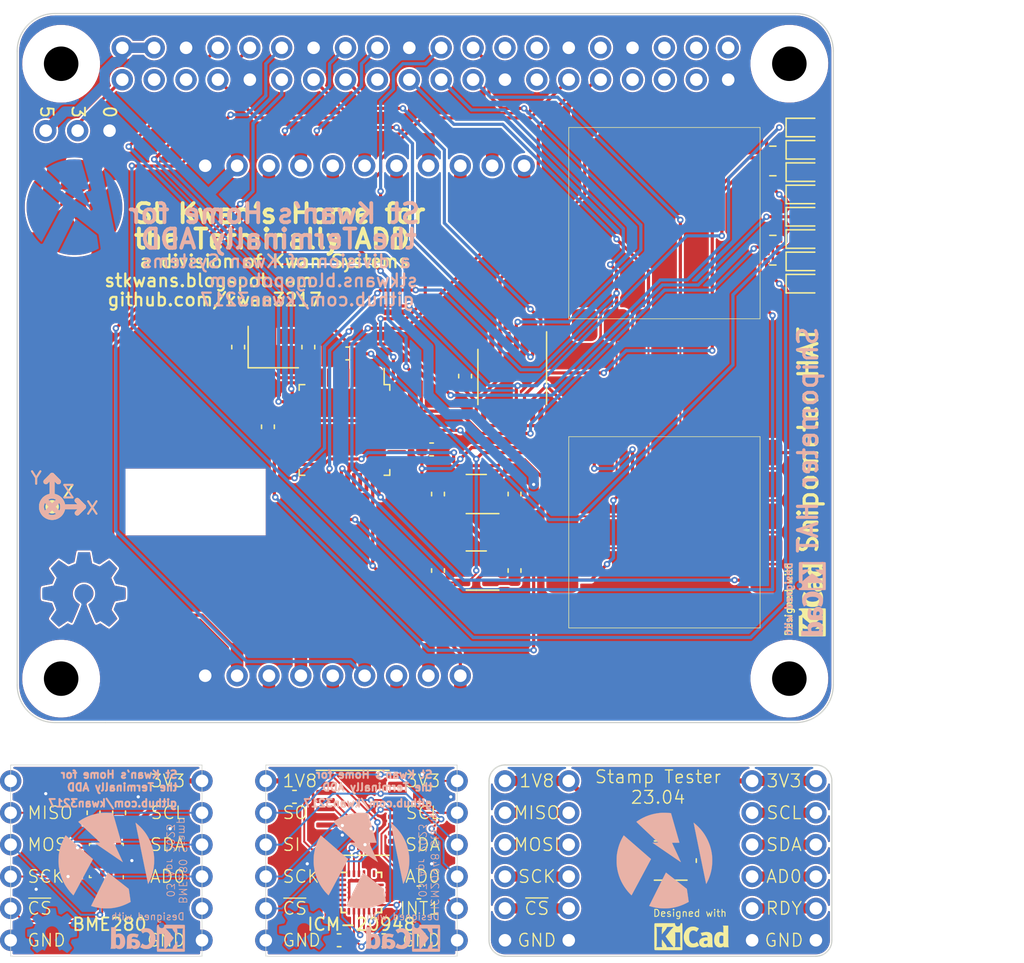
<source format=kicad_pcb>
(kicad_pcb (version 20221018) (generator pcbnew)
  (title_block (date "2022-10-07"))
  (layers (0 "F.Cu" jumper) (31 "B.Cu" signal) (34 "B.Paste" user) (35 "F.Paste" user) (36 "B.SilkS" user "B.Silkscreen") (37 "F.SilkS" user "F.Silkscreen") (38 "B.Mask" user) (39 "F.Mask" user) (44 "Edge.Cuts" user))
  (net 0 "")
  (net 1 "+1V8")
  (net 2 "/LPC_~{BOOTSTRAP}")
  (net 3 "3V3")
  (net 9 "/MOSI_3V3")
  (net 10 "/MISO_3V3")
  (net 14 "/SCK_3V3")
  (net 20 "+3V3")
  (net 32 "+3.3VP")
  (net 33 "/GPS_~{RESET}")
  (net 34 "/DRDY-")
  (net 35 "/~{DRDY}_MAG_ECHO")
  (net 40 "GND")
  (net 41 "+5V")
  (net 42 "/~{DRDY}_6D_ECHO")
  (net 44 "/~{CE0}")
  (net 46 "/GPS_TX")
  (net 47 "/GPS_RX")
  (net 49 "/DRDY_6D")
  (net 51 "/PPS")
  (net 52 "/LPC_TX")
  (net 53 "/LPC_RX")
  (net 54 "/Timer/XTAL2")
  (net 55 "/Timer/XTAL1")
  (net 56 "/~{CS}_6D")
  (net 57 "/DRDY_MAG")
  (net 58 "/LPC_~{RESET}")
  (net 61 "/Stamp Tester/Q_3V3")
  (net 62 "/Stamp Tester/Q_GND")
  (net 63 "/Timer/SCL0")
  (net 64 "/Stamp Tester/Q_1V8")
  (net 65 "/Stamp Tester/Q_MISO")
  (net 66 "/Timer/SDA0")
  (net 67 "/~{CS}_6D+")
  (net 68 "/Timer/CAP1.3")
  (net 69 "/Stamp Tester/Q_MOSI")
  (net 70 "/Stamp Tester/Q_SCK")
  (net 71 "/Stamp Tester/Q_~{CS}")
  (net 72 "/Stamp Tester/Q_DRDY")
  (net 73 "/Stamp Tester/Q_AD0")
  (net 74 "/~{CS}_PRES")
  (net 75 "/Stamp Tester/Q_SDA")
  (net 76 "/Stamp Tester/Q_SCL")
  (net 80 "/CS_A1")
  (net 81 "/CS_A0")
  (net 88 "/~{CS}_PRES+")
  (net 89 "/~{CS}_LPC+")
  (net 90 "/~{CS}_LPC")
  (net 91 "/~{PPS}_ECHO")
  (net 92 "/PPS-")
  (net 93 "/DRDY_MAG-")
  (net 96 "/BOOTSTRAP-")
  (net 98 "/Pressure/MISO")
  (net 99 "/Pressure/MOSI")
  (net 100 "/Pressure/SCK")
  (net 101 "/Pressure/~{CS}")
  (net 103 "Net-(U301-REGOUT)")
  (net 109 "/IMU/MISO_3V3")
  (net 110 "/IMU/MOSI_3V3")
  (net 111 "/IMU/SCK_3V3")
  (net 112 "/IMU/~{CS}_3V3")
  (net 113 "/IMU/INT1_3V3")
  (net 121 "/IMU/MISO_1V8")
  (net 123 "/IMU/INT1_1V8")
  (net 130 "/IMU/~{CS}_1V8")
  (net 131 "/IMU/SCK_1V8")
  (net 132 "/IMU/MOSI_1V8")
  (net 136 "/Pressure/Q_3V3")
  (net 137 "/Pressure/Q_GND")
  (net 138 "/IMU/Q_1V8")
  (net 139 "/IMU/Q_GND")
  (net 140 "/IMU/Q_3V3")
  (footprint "Capacitor_SMD:C_0603_1608Metric" (layer "F.Cu") (at 171.621 73.887 180)
    (fp_text reference "C605" hide)
    (fp_text value "1uF" hide)
  )
  (footprint "KwanSystems:Axis" (layer "F.Cu") (at 148.082 86.106)
    (fp_text reference "G101" hide)
    (fp_text value "Axis" hide)
  )
  (footprint "Connector_PinHeader_2.54mm:PinHeader_1x06_P2.54mm_Vertical" (layer "F.Cu") (at 203.835 120.65 180)
    (fp_text reference "J704" hide)
    (fp_text value "Conn_01x06_Pin" hide)
  )
  (footprint "Capacitor_SMD:C_0603_1608Metric" (layer "F.Cu") (at 180.975 75.692 90)
    (fp_text reference "C116" hide)
    (fp_text value "1uF" hide)
  )
  (footprint "KwanSystems:Symbol_KiCAD-Logo_CopperAndSilkScreenTop_small" (layer "F.Cu") (at 208.534 93.472 90)
    (fp_text reference "G103" hide)
    (fp_text value "Designed with")
  )
  (footprint "KwanSystems:OSHW-Symbol_6.7x6mm_SolderMask" (layer "F.Cu") (at 150.622 92.71)
    (fp_text reference "G104" hide)
    (fp_text value "OSHW" hide)
  )
  (footprint "Capacitor_SMD:C_0603_1608Metric" (layer "F.Cu") (at 178.816 85.09 90)
    (fp_text reference "C405" hide)
    (fp_text value "1uF" hide)
  )
  (footprint "Capacitor_SMD:C_0603_1608Metric" (layer "F.Cu") (at 165.271 79.729 -90)
    (fp_text reference "C617" hide)
    (fp_text value "1uF" hide)
  )
  (footprint "Capacitor_SMD:C_0603_1608Metric" (layer "F.Cu") (at 199.898 114.3 90)
    (fp_text reference "C801" hide)
    (fp_text value "1uF" hide)
  )
  (footprint "KwanSystems:PiHAT" (layer "F.Cu") (at 152.4 50.8)
    (fp_text reference "J101" hide)
    (fp_text value "Raspberry_Pi_40" hide)
    (fp_arc (start -7.1 -1) (mid -6.22132 -3.12132) (end -4.1 -4) (stroke (width 0.1)) (layer "Edge.Cuts"))
    (fp_arc (start -4.1 52.5) (mid -6.22132 51.62132) (end -7.1 49.5) (stroke (width 0.1)) (layer "Edge.Cuts"))
    (fp_arc (start 54.9 -4) (mid 57.02132 -3.12132) (end 57.9 -1) (stroke (width 0.1)) (layer "Edge.Cuts"))
    (fp_arc (start 57.9 49.5) (mid 57.02132 51.62132) (end 54.9 52.5) (stroke (width 0.1)) (layer "Edge.Cuts"))
  )
  (footprint "LED_SMD:LED_0603_1608Metric" (layer "F.Cu") (at 208.026 62.992)
    (fp_text reference "D106" hide)
    (fp_text value "Blue")
  )
  (footprint "LED_SMD:LED_0603_1608Metric" (layer "F.Cu") (at 208.026 66.548)
    (fp_text reference "D130" hide)
    (fp_text value "Green")
  )
  (footprint "Package_QFP:LQFP-48_7x7mm_P0.5mm" (layer "F.Cu") (at 171.367 79.983 -90)
    (fp_text reference "U601" hide)
    (fp_text value "LPC2103" hide)
  )
  (footprint "KwanSystems:StampPad" (layer "F.Cu") (at 196.85 63.5 90)
    (fp_text reference "J105" hide)
    (fp_text value "BME280" hide)
  )
  (footprint "Capacitor_SMD:C_0603_1608Metric" (layer "F.Cu") (at 167.386 109.22 180)
    (fp_text reference "C302" hide)
    (fp_text value "100nF" hide)
  )
  (footprint "Package_SO:TSSOP-20_4.4x6.5mm_P0.65mm" (layer "F.Cu") (at 172.72 110.49)
    (fp_text reference "U302" hide)
    (fp_text value "TXS0108EPW" hide)
  )
  (footprint "Capacitor_SMD:C_0603_1608Metric" (layer "F.Cu") (at 170.942 120.65 180)
    (fp_text reference "C308" hide)
    (fp_text value "100nF" hide)
  )
  (footprint "Connector_PinHeader_2.54mm:PinHeader_1x06_P2.54mm_Vertical" (layer "F.Cu") (at 208.915 120.65 180)
    (fp_text reference "J703" hide)
    (fp_text value "Conn_01x06_Pin" hide)
  )
  (footprint "Capacitor_SMD:C_0603_1608Metric" (layer "F.Cu") (at 151.384 110.49 90)
    (fp_text reference "C206" hide)
    (fp_text value "1uF" hide)
  )
  (footprint "Capacitor_SMD:C_0603_1608Metric" (layer "F.Cu") (at 184.912 85.09 90)
    (fp_text reference "C401" hide)
    (fp_text value "1uF" hide)
  )
  (footprint "LED_SMD:LED_0603_1608Metric" (layer "F.Cu") (at 208.026 64.77)
    (fp_text reference "D144" hide)
    (fp_text value "Yellow")
  )
  (footprint "KwanSystems:StampPad" (layer "F.Cu") (at 196.85 88.138)
    (fp_text reference "J104" hide)
    (fp_text value "ICM20948" hide)
  )
  (footprint "KwanSystems:OSHW-Symbol_4x3.6mm_SolderMask" (layer "F.Cu") (at 193.167 119.634)
    (fp_text reference "G703" hide)
    (fp_text value "OSHW" hide)
  )
  (footprint "Connector_PinHeader_2.54mm:PinHeader_1x03_P2.54mm_Horizontal" (layer "F.Cu") (at 152.654 56.134 -90)
    (fp_text reference "J102" hide)
    (fp_text value "Conn_01x03" hide)
  )
  (footprint "Capacitor_SMD:C_0603_1608Metric" (layer "F.Cu") (at 193.802 114.3 90)
    (fp_text reference "C805" hide)
    (fp_text value "1uF" hide)
  )
  (footprint "Connector_PinHeader_2.54mm:PinHeader_1x06_P2.54mm_Vertical" (layer "F.Cu") (at 189.23 107.95)
    (fp_text reference "J702" hide)
    (fp_text value "Conn_01x06_Pin" hide)
  )
  (footprint "Capacitor_SMD:C_0603_1608Metric" (layer "F.Cu") (at 174.498 120.65)
    (fp_text reference "C310" hide)
    (fp_text value "100nF" hide)
  )
  (footprint "Connector_PinHeader_2.54mm:PinHeader_1x06_P2.54mm_Vertical" (layer "F.Cu") (at 184.15 107.95)
    (fp_text reference "J701" hide)
    (fp_text value "Conn_01x06_Pin" hide)
  )
  (footprint "LED_SMD:LED_0603_1608Metric" (layer "F.Cu") (at 208.026 59.436)
    (fp_text reference "D104" hide)
    (fp_text value "White")
  )
  (footprint "Capacitor_SMD:C_0603_1608Metric" (layer "F.Cu") (at 178.816 91.186 90)
    (fp_text reference "C505" hide)
    (fp_text value "1uF" hide)
  )
  (footprint "Capacitor_SMD:C_0603_1608Metric" (layer "F.Cu") (at 184.912 91.186 90)
    (fp_text reference "C501" hide)
    (fp_text value "1uF" hide)
  )
  (footprint "Capacitor_SMD:C_0603_1608Metric" (layer "F.Cu") (at 178.308 81.534)
    (fp_text reference "C640" hide)
    (fp_text value "1uF" hide)
  )
  (footprint "KwanSystems:R_Array_Convex_4x0402" (layer "F.Cu") (at 205.486 65.659)
    (fp_text reference "R102" hide)
    (fp_text value "68")
  )
  (footprint "Capacitor_SMD:C_0603_1608Metric" (layer "F.Cu") (at 177.292 116.84)
    (fp_text reference "C313" hide)
    (fp_text value "100nF" hide)
  )
  (footprint "Capacitor_SMD:C_0603_1608Metric" (layer "F.Cu") (at 168.489 73.379 90)
    (fp_text reference "C611" hide)
    (fp_text value "22pF" hide)
  )
  (footprint "LED_SMD:LED_0603_1608Metric" (layer "F.Cu") (at 208.026 55.88)
    (fp_text reference "D101" hide)
    (fp_text value "White")
  )
  (footprint "LED_SMD:LED_0603_1608Metric" (layer "F.Cu") (at 208.026 61.214)
    (fp_text reference "D141" hide)
    (fp_text value "Yellow")
  )
  (footprint "Package_SO:TSSOP-16_4.4x5mm_P0.65mm" (layer "F.Cu") (at 184.729 75.7605 -90)
    (fp_text reference "U102" hide)
    (fp_text value "74LS138" hide)
  )
  (footprint "Sensor_Motion:InvenSense_QFN-24_3x3mm_P0.4mm" (layer "F.Cu") (at 172.72 116.84)
    (fp_text reference "U301" hide)
    (fp_text value "ICM-20948")
  )
  (footprint "Package_TO_SOT_SMD:SOT-23-5" (layer "F.Cu") (at 181.864 85.09 180)
    (fp_text reference "U401" hide)
    (fp_text value "TCR2EF 3.3V" hide)
  )
  (footprint "SparkfunBreakout:ZED-F9R" (layer "F.Cu") (at 146.304 100.838 90)
    (fp_text reference "J106" hide)
    (fp_text value "ZED-F9R")
  )
  (footprint "Crystal:Crystal_SMD_Abracon_ABM8G-4Pin_3.2x2.5mm" (layer "F.Cu") (at 165.695 73.379)
    (fp_text reference "Y601" hide)
    (fp_text value "12MHz" hide)
  )
  (footprint "Capacitor_SMD:C_0603_1608Metric" (layer "F.Cu") (at 178.054 109.22)
    (fp_text reference "C319" hide)
    (fp_text value "100nF" hide)
  )
  (footprint "KwanSystems:Stamp" (layer "F.Cu") (at 172.72 114.3)
    (fp_text reference "J301" hide)
    (fp_text value "~")
    (fp_line (start -7.62 -7.62) (end -7.62 7.62) (stroke (width 0.05)) (layer "Edge.Cuts"))
    (fp_line (start -7.62 7.62) (end 7.62 7.62) (stroke (width 0.05)) (layer "Edge.Cuts"))
    (fp_line (start 7.62 -7.62) (end -7.62 -7.62) (stroke (width 0.05)) (layer "Edge.Cuts"))
    (fp_line (start 7.62 7.62) (end 7.62 -7.62) (stroke (width 0.05)) (layer "Edge.Cuts"))
  )
  (footprint "Capacitor_SMD:C_0603_1608Metric" (layer "F.Cu") (at 162.901 73.379 -90)
    (fp_text reference "C612" hide)
    (fp_text value "22pF" hide)
  )
  (footprint "Capacitor_SMD:C_0603_1608Metric" (layer "F.Cu") (at 153.416 110.49 90)
    (fp_text reference "C208" hide)
    (fp_text value "1uF" hide)
  )
  (footprint "Package_TO_SOT_SMD:SOT-23-5" (layer "F.Cu") (at 196.85 114.3 180)
    (fp_text reference "U801" hide)
    (fp_text value "TCR2EF 1.8V" hide)
  )
  (footprint "LED_SMD:LED_0603_1608Metric" (layer "F.Cu") (at 208.026 68.326)
    (fp_text reference "D129" hide)
    (fp_text value "Red")
  )
  (footprint "KwanSystems:Stamp" (layer "F.Cu") (at 152.4 114.3)
    (fp_text reference "J201" hide)
    (fp_text value "~")
    (fp_line (start -7.62 -7.62) (end -7.62 7.62) (stroke (width 0.05)) (layer "Edge.Cuts"))
    (fp_line (start -7.62 7.62) (end 7.62 7.62) (stroke (width 0.05)) (layer "Edge.Cuts"))
    (fp_line (start 7.62 -7.62) (end -7.62 -7.62) (stroke (width 0.05)) (layer "Edge.Cuts"))
    (fp_line (start 7.62 7.62) (end 7.62 -7.62) (stroke (width 0.05)) (layer "Edge.Cuts"))
  )
  (footprint "KwanSystems:StKwansSoldermask" (layer "F.Cu") (at 149.86 62.23)
    (fp_text reference "G102" hide)
    (fp_text value "KwanSystems" hide)
  )
  (footprint "LED_SMD:LED_0603_1608Metric" (layer "F.Cu") (at 208.026 57.658)
    (fp_text reference "D103" hide)
    (fp_text value "White")
  )
  (footprint "KwanSystems:R_Array_Convex_4x0402" (layer "F.Cu") (at 205.486 58.547)
    (fp_text reference "R101" hide)
    (fp_text value "68")
  )
  (footprint "KwanSystems:Symbol_KiCAD-Logo_CopperAndSilkScreenTop_small" (layer "F.Cu") (at 199.009 120.269)
    (fp_text reference "G702" hide)
    (fp_text value "Designed with")
  )
  (footprint "Package_LGA:Bosch_LGA-8_2.5x2.5mm_P0.65mm_ClockwisePinNumbering" (layer "F.Cu") (at 152.4 114.3 180)
    (fp_text reference "U201" hide)
    (fp_text value "BME280")
  )
  (footprint "Package_TO_SOT_SMD:SOT-23-5" (layer "F.Cu") (at 181.864 91.186 180)
    (fp_text reference "U501" hide)
    (fp_text value "TCR2EF 1.8V" hide)
  )
  (footprint "KwanSystems:OSHW-Symbol_4x3.6mm_SolderMask" (layer "B.Cu") (at 168.148 119.634 180)
    (fp_text reference "G303" hide)
    (fp_text value "OSHW" hide)
  )
  (footprint "KwanSystems:StKwansSoldermask" (layer "B.Cu") (at 149.86 62.23 180)
    (fp_text reference "G105" hide)
    (fp_text value "KwanSystems" hide)
  )
  (footprint "KwanSystems:KWAN_CIRCLE" (layer "B.Cu") (at 172.72 114.3 180)
    (fp_text reference "G301" hide)
    (fp_text value "github.com/kwan3217")
  )
  (footprint "KwanSystems:OSHW-Symbol_4x3.6mm_SolderMask" (layer "B.Cu") (at 148.082 119.888 180)
    (fp_text reference "G203" hide)
    (fp_text value "OSHW" hide)
  )
  (footprint "KwanSystems:Symbol_KiCAD-Logo_CopperAndSilkScreenTop_small" (layer "B.Cu") (at 155.702 120.396 180)
    (fp_text reference "G202" hide)
    (fp_text value "Designed with")
  )
  (footprint "KwanSystems:KWAN_CIRCLE" (layer "B.Cu") (at 196.85 114.3 180)
    (fp_text reference "G701" hide)
    (fp_text value "github.com/kwan3217" hide)
  )
  (footprint "KwanSystems:Symbol_KiCAD-Logo_CopperAndSilkScreenTop_small" (layer "B.Cu") (at 208.534 93.472 -90)
    (fp_text reference "G107" hide)
    (fp_text value "Designed with")
  )
  (footprint "KwanSystems:KWAN_CIRCLE" (layer "B.Cu") (at 152.4 114.3 180)
    (fp_text reference "G201" hide)
    (fp_text value "github.com/kwan3217")
  )
  (footprint "KwanSystems:OSHW-Symbol_6.7x6mm_SolderMask" (layer "B.Cu") (at 150.622 92.71 180)
    (fp_text reference "G106" hide)
    (fp_text value "OSHW" hide)
  )
  (footprint "KwanSystems:Symbol_KiCAD-Logo_CopperAndSilkScreenTop_small" (layer "B.Cu") (at 176.022 120.396 180)
    (fp_text reference "G302" hide)
    (fp_text value "Designed with")
  )
  (gr_circle (center 150.114 114.3) (end 150.368 114.3) (stroke (width 0.15)) (fill solid) (layer "F.SilkS"))
  (gr_line (start 207.3 46.8) (end 148.3 46.8) (stroke (width 0.1)) (layer "Edge.Cuts"))
  (gr_line (start 184.15 121.92) (end 208.915 121.92) (stroke (width 0.1)) (layer "Edge.Cuts"))
  (gr_arc (start 208.915 106.68) (mid 209.813026 107.051974) (end 210.185 107.95) (stroke (width 0.1)) (layer "Edge.Cuts"))
  (gr_arc (start 210.185 120.65) (mid 209.813026 121.548026) (end 208.915 121.92) (stroke (width 0.1)) (layer "Edge.Cuts"))
  (gr_line (start 182.88 107.95) (end 182.88 120.65) (stroke (width 0.1)) (layer "Edge.Cuts"))
  (gr_line (start 148.3 103.3) (end 152.4 103.3) (stroke (width 0.1)) (layer "Edge.Cuts"))
  (gr_line (start 152.4 103.3) (end 207.3 103.3) (stroke (width 0.1)) (layer "Edge.Cuts"))
  (gr_line (start 208.915 106.68) (end 184.15 106.68) (stroke (width 0.1)) (layer "Edge.Cuts"))
  (gr_arc (start 184.15 121.92) (mid 183.251974 121.548026) (end 182.88 120.65) (stroke (width 0.1)) (layer "Edge.Cuts"))
  (gr_line (start 210.3 100.3) (end 210.3 49.8) (stroke (width 0.1)) (layer "Edge.Cuts"))
  (gr_arc (start 182.88 107.95) (mid 183.251974 107.051974) (end 184.15 106.68) (stroke (width 0.1)) (layer "Edge.Cuts"))
  (gr_line (start 145.3 49.8) (end 145.3 100.3) (stroke (width 0.1)) (layer "Edge.Cuts"))
  (gr_line (start 210.185 120.65) (end 210.185 107.95) (stroke (width 0.1)) (layer "Edge.Cuts"))
  (gr_text "ICM20948 Stamp\n03 Apr 2023" (at 178.054 114.3 270) (layer "B.SilkS") (effects (font (size 0.6096 0.6096) (thickness 0.06096)) (justify mirror)))
  (gr_text "BME280 Stamp\n03 Apr 2023" (at 157.988 114.3 270) (layer "B.SilkS") (effects (font (size 0.6096 0.6096) (thickness 0.06096)) (justify mirror)))
  (gr_text "Shipometer HAT" (at 208.28 80.772 90) (layer "B.SilkS") (effects (font (size 1.524 1.524) (thickness 0.254)) (justify mirror)))
  (gr_text "~{CS}" (at 186.69 118.11) (layer "F.SilkS") (effects (font (size 1.016 1.016) (thickness 0.1016))))
  (gr_text "3V3" (at 206.375 107.95) (layer "F.SilkS") (effects (font (size 1.016 1.016) (thickness 0.1016))))
  (gr_text "GND" (at 186.69 120.65) (layer "F.SilkS") (effects (font (size 1.016 1.016) (thickness 0.1016))))
  (gr_text "MISO" (at 186.69 110.49) (layer "F.SilkS") (effects (font (size 1.016 1.016) (thickness 0.1016))))
  (gr_text "GND" (at 206.375 120.65) (layer "F.SilkS") (effects (font (size 1.016 1.016) (thickness 0.1016))))
  (gr_text "Shipometer HAT" (at 208.302465 80.794856 90) (layer "F.SilkS") (effects (font (size 1.524 1.524) (thickness 0.254))))
  (gr_text "Stamp Tester\n23.04" (at 196.342 109.855) (layer "F.SilkS") (effects (font (size 1.016 1.016) (thickness 0.1016)) (justify bottom)))
  (gr_text "1V8" (at 186.69 107.95) (layer "F.SilkS") (effects (font (size 1.016 1.016) (thickness 0.1016))))
  (gr_text "SCK" (at 186.69 115.57) (layer "F.SilkS") (effects (font (size 1.016 1.016) (thickness 0.1016))))
  (gr_text "MOSI" (at 186.69 113.03) (layer "F.SilkS") (effects (font (size 1.016 1.016) (thickness 0.1016))))
  (gr_text "RDY" (at 206.375 118.11) (layer "F.SilkS") (effects (font (size 1.016 1.016) (thickness 0.1016))))
  (gr_text "SCL" (at 206.375 110.49) (layer "F.SilkS") (effects (font (size 1.016 1.016) (thickness 0.1016))))
  (gr_text "AD0" (at 206.375 115.57) (layer "F.SilkS") (effects (font (size 1.016 1.016) (thickness 0.1016))))
  (gr_text "SDA" (at 206.375 113.03) (layer "F.SilkS") (effects (font (size 1.016 1.016) (thickness 0.1016))))
  (segment (start 181.168 92.136) (end 181.864 91.44) (width 0.1524) (layer "F.Cu") (net 1))
  (segment (start 181.864 91.44) (end 181.864 91.186) (width 0.1524) (layer "F.Cu") (net 1))
  (segment (start 178.991 92.136) (end 178.816 91.961) (width 0.1524) (layer "F.Cu") (net 1))
  (segment (start 172.117 75.8205) (end 172.117 74.166) (width 0.254) (layer "F.Cu") (net 1))
  (segment (start 180.7265 92.136) (end 181.168 92.136) (width 0.1524) (layer "F.Cu") (net 1))
  (segment (start 180.7265 92.136) (end 178.991 92.136) (width 0.1524) (layer "F.Cu") (net 1))
  (segment (start 173.482 73.914) (end 172.423 73.914) (width 0.254) (layer "F.Cu") (net 1))
  (segment (start 182.372 81.788) (end 188.722 81.788) (width 0.254) (layer "F.Cu") (net 1))
  (segment (start 172.423 73.914) (end 172.396 73.887) (width 0.254) (layer "F.Cu") (net 1))
  (segment (start 172.117 74.166) (end 172.396 73.887) (width 0.254) (layer "F.Cu") (net 1))
  (segment (start 181.864 82.296) (end 182.372 81.788) (width 0.254) (layer "F.Cu") (net 1))
  (via (at 173.482 73.914) (size 0.508) (drill 0.254) (layers "F.Cu" "B.Cu") (net 1))
  (via (at 181.864 82.296) (size 0.508) (drill 0.254) (layers "F.Cu" "B.Cu") (net 1))
  (via (at 181.864 91.186) (size 0.508) (drill 0.254) (layers "F.Cu" "B.Cu") (net 1))
  (segment (start 181.864 82.296) (end 173.482 73.914) (width 0.254) (layer "B.Cu") (net 1))
  (segment (start 181.864 91.186) (end 181.864 82.296) (width 0.254) (layer "B.Cu") (net 1))
  (segment (start 203.962 65.532) (end 204.085 65.409) (width 0.254) (layer "F.Cu") (net 2))
  (segment (start 204.085 65.409) (end 204.986 65.409) (width 0.254) (layer "F.Cu") (net 2))
  (segment (start 177.483 78.486) (end 177.483 76.137) (width 0.254) (layer "F.Cu") (net 2))
  (segment (start 176.545 79.233) (end 175.5295 79.233) (width 0.254) (layer "F.Cu") (net 2))
  (segment (start 169.164 62.23) (end 169.164 56.134) (width 0.254) (layer "F.Cu") (net 2))
  (segment (start 177.483 76.137) (end 176.276 74.93) (width 0.254) (layer "F.Cu") (net 2))
  (segment (start 180.468211 78.486) (end 177.483 78.486) (width 0.254) (layer "F.Cu") (net 2))
  (segment (start 186.182 80.264) (end 182.246211 80.264) (width 0.254) (layer "F.Cu") (net 2))
  (segment (start 177.483 78.486) (end 177.292 78.486) (width 0.254) (layer "F.Cu") (net 2))
  (segment (start 177.292 78.486) (end 176.545 79.233) (width 0.254) (layer "F.Cu") (net 2))
  (segment (start 174.244 67.31) (end 169.164 62.23) (width 0.254) (layer "F.Cu") (net 2))
  (segment (start 182.246211 80.264) (end 180.468211 78.486) (width 0.254) (layer "F.Cu") (net 2))
  (via (at 169.164 56.134) (size 0.508) (drill 0.254) (layers "F.Cu" "B.Cu") (net 2))
  (via (at 203.962 65.532) (size 0.508) (drill 0.254) (layers "F.Cu" "B.Cu") (net 2))
  (via (at 186.182 80.264) (size 0.508) (drill 0.254) (layers "F.Cu" "B.Cu") (net 2))
  (via (at 174.244 67.31) (size 0.508) (drill 0.254) (layers "F.Cu" "B.Cu") (net 2))
  (via (at 176.276 74.93) (size 0.508) (drill 0.254) (layers "F.Cu" "B.Cu") (net 2))
  (segment (start 203.962 65.532) (end 200.656171 68.837829) (width 0.254) (layer "B.Cu") (net 2))
  (segment (start 174.8282 67.8942) (end 174.244 67.31) (width 0.254) (layer "B.Cu") (net 2))
  (segment (start 176.276 74.93) (end 176.276 72.597868) (width 0.254) (layer "B.Cu") (net 2))
  (segment (start 186.182 79.509658) (end 186.182 80.264) (width 0.254) (layer "B.Cu") (net 2))
  (segment (start 176.276 72.597868) (end 174.8282 71.150068) (width 0.254) (layer "B.Cu") (net 2))
  (segment (start 196.853829 68.837829) (end 186.182 79.509658) (width 0.254) (layer "B.Cu") (net 2))
  (segment (start 172.72 52.578) (end 172.72 50.8) (width 0.254) (layer "B.Cu") (net 2))
  (segment (start 169.164 56.134) (end 172.72 52.578) (width 0.254) (layer "B.Cu") (net 2))
  (segment (start 172.72 50.8) (end 173.99 49.53) (width 0.254) (layer "B.Cu") (net 2))
  (segment (start 174.8282 71.150068) (end 174.8282 67.8942) (width 0.254) (layer "B.Cu") (net 2))
  (segment (start 200.656171 68.837829) (end 196.853829 68.837829) (width 0.254) (layer "B.Cu") (net 2))
  (segment (start 162.814 97.282) (end 162.814 97.918) (width 0.254) (layer "F.Cu") (net 3))
  (segment (start 162.814 97.536) (end 162.814 97.918) (width 0.254) (layer "F.Cu") (net 3))
  (segment (start 160.02 94.742) (end 162.814 97.536) (width 0.254) (layer "F.Cu") (net 3))
  (segment (start 158.496 94.742) (end 160.02 94.742) (width 0.254) (layer "F.Cu") (net 3))
  (segment (start 165.354 60.96) (end 152.908 73.406) (width 0.254) (layer "F.Cu") (net 3))
  (segment (start 165.354 60.578) (end 165.354 60.96) (width 0.254) (layer "F.Cu") (net 3))
  (segment (start 152.908 89.154) (end 158.496 94.742) (width 0.254) (layer "F.Cu") (net 3))
  (segment (start 152.908 73.406) (end 152.908 89.154) (width 0.254) (layer "F.Cu") (net 3))
  (segment (start 188.722 86.868) (end 193.548 86.868) (width 0.1524) (layer "F.Cu") (net 9))
  (segment (start 170.187658 82.296) (end 172.72 82.296) (width 0.254) (layer "F.Cu") (net 9))
  (segment (start 187.1726 85.3186) (end 188.722 86.868) (width 0.254) (layer "F.Cu") (net 9))
  (segment (start 184.0738 82.3722) (end 185.7248 82.3722) (width 0.254) (layer "F.Cu") (net 9))
  (segment (start 195.58 67.31) (end 193.04 64.77) (width 0.254) (layer "F.Cu") (net 9))
  (segment (start 167.2045 82.733) (end 169.750658 82.733) (width 0.254) (layer "F.Cu") (net 9))
  (segment (start 180.3654 82.8294) (end 183.6166 82.8294) (width 0.254) (layer "F.Cu") (net 9))
  (segment (start 180.0606 81.8134) (end 180.0606 82.5246) (width 0.254) (layer "F.Cu") (net 9))
  (segment (start 169.750658 82.733) (end 170.187658 82.296) (width 0.254) (layer "F.Cu") (net 9))
  (segment (start 180.0606 82.5246) (end 180.3654 82.8294) (width 0.254) (layer "F.Cu") (net 9))
  (segment (start 185.7248 82.3722) (end 187.1726 83.82) (width 0.254) (layer "F.Cu") (net 9))
  (segment (start 183.6166 82.8294) (end 184.0738 82.3722) (width 0.254) (layer "F.Cu") (net 9))
  (segment (start 195.58 71.628) (end 195.58 67.31) (width 0.254) (layer "F.Cu") (net 9))
  (segment (start 180.086 81.788) (end 180.0606 81.8134) (width 0.254) (layer "F.Cu") (net 9))
  (segment (start 195.58 84.836) (end 195.58 71.628) (width 0.1524) (layer "F.Cu") (net 9))
  (segment (start 193.548 86.868) (end 195.58 84.836) (width 0.1524) (layer "F.Cu") (net 9))
  (segment (start 187.1726 83.82) (end 187.1726 85.3186) (width 0.254) (layer "F.Cu") (net 9))
  (via (at 193.04 64.77) (size 0.508) (drill 0.254) (layers "F.Cu" "B.Cu") (net 9))
  (via (at 180.086 81.788) (size 0.508) (drill 0.254) (layers "F.Cu" "B.Cu") (net 9))
  (via (at 172.72 82.296) (size 0.508) (drill 0.254) (layers "F.Cu" "B.Cu") (net 9))
  (segment (start 172.72 82.296) (end 173.228 81.788) (width 0.254) (layer "B.Cu") (net 9))
  (segment (start 183.969213 55.626) (end 180.086 55.626) (width 0.254) (layer "B.Cu") (net 9))
  (segment (start 193.04 64.696787) (end 183.969213 55.626) (width 0.254) (layer "B.Cu") (net 9))
  (segment (start 173.228 81.788) (end 180.086 81.788) (width 0.254) (layer "B.Cu") (net 9))
  (segment (start 180.086 55.626) (end 176.53 52.07) (width 0.254) (layer "B.Cu") (net 9))
  (segment (start 177.038 68.834) (end 174.244 68.834) (width 0.254) (layer "F.Cu") (net 10))
  (segment (start 188.722 84.328) (end 192.024 84.328) (width 0.1524) (layer "F.Cu") (net 10))
  (segment (start 193.04 69.088) (end 193.04 71.628) (width 0.254) (layer "F.Cu") (net 10))
  (segment (start 166.1876 82.511203) (end 166.1876 83.1296) (width 0.254) (layer "F.Cu") (net 10))
  (segment (start 167.2045 82.233) (end 166.465803 82.233) (width 0.254) (layer "F.Cu") (net 10))
  (segment (start 193.04 67.31) (end 193.04 71.628) (width 0.254) (layer "F.Cu") (net 10))
  (segment (start 192.024 84.328) (end 193.04 83.312) (width 0.1524) (layer "F.Cu") (net 10))
  (segment (start 166.878 83.82) (end 167.386 83.82) (width 0.254) (layer "F.Cu") (net 10))
  (segment (start 193.04 67.31) (end 192.532 66.802) (width 0.254) (layer "F.Cu") (net 10))
  (segment (start 166.1876 83.1296) (end 166.878 83.82) (width 0.254) (layer "F.Cu") (net 10))
  (segment (start 193.04 83.312) (end 193.04 71.628) (width 0.1524) (layer "F.Cu") (net 10))
  (segment (start 166.465803 82.233) (end 166.1876 82.511203) (width 0.254) (layer "F.Cu") (net 10))
  (segment (start 174.244 68.834) (end 173.99 69.088) (width 0.254) (layer "F.Cu") (net 10))
  (via (at 193.04 69.088) (size 0.508) (drill 0.254) (layers "F.Cu" "B.Cu") (net 10))
  (via (at 173.99 69.088) (size 0.508) (drill 0.254) (layers "F.Cu" "B.Cu") (net 10))
  (via (at 167.386 83.82) (size 0.508) (drill 0.254) (layers "F.Cu" "B.Cu") (net 10))
  (via (at 177.038 68.834) (size 0.508) (drill 0.254) (layers "F.Cu" "B.Cu") (net 10))
  (via (at 192.532 66.802) (size 0.508) (drill 0.254) (layers "F.Cu" "B.Cu") (net 10))
  (segment (start 185.42 75.184) (end 186.944 75.184) (width 0.254) (layer "B.Cu") (net 10))
  (segment (start 169.7736 81.4324) (end 169.7736 73.312058) (width 0.254) (layer "B.Cu") (net 10))
  (segment (start 193.5734 63.9318) (end 193.3448 63.7032) (width 0.254) (layer "B.Cu") (net 10))
  (segment (start 172.723829 70.361829) (end 173.99 69.095658) (width 0.254) (layer "B.Cu") (net 10))
  (segment (start 193.5734 65.7606) (end 193.5734 63.9318) (width 0.254) (layer "B.Cu") (net 10))
  (segment (start 169.7736 73.312058) (end 172.723829 70.361829) (width 0.254) (layer "B.Cu") (net 10))
  (segment (start 184.1246 54.483) (end 181.483 54.483) (width 0.254) (layer "B.Cu") (net 10))
  (segment (start 192.532 66.802) (end 193.5734 65.7606) (width 0.254) (layer "B.Cu") (net 10))
  (segment (start 173.99 69.095658) (end 173.99 69.088) (width 0.254) (layer "B.Cu") (net 10))
  (segment (start 181.483 54.483) (end 179.07 52.07) (width 0.254) (layer "B.Cu") (net 10))
  (segment (start 167.386 83.82) (end 169.7736 81.4324) (width 0.254) (layer "B.Cu") (net 10))
  (segment (start 193.3448 63.7032) (end 184.1246 54.483) (width 0.254) (layer "B.Cu") (net 10))
  (segment (start 177.038 68.834) (end 179.07 68.834) (width 0.254) (layer "B.Cu") (net 10))
  (segment (start 179.07 68.834) (end 185.42 75.184) (width 0.254) (layer "B.Cu") (net 10))
  (segment (start 186.944 75.184) (end 193.04 69.088) (width 0.254) (layer "B.Cu") (net 10))
  (segment (start 188.722 89.408) (end 194.564 89.408) (width 0.1524) (layer "F.Cu") (net 14))
  (segment (start 186.436 89.662) (end 186.436 97.536) (width 0.254) (layer "F.Cu") (net 14))
  (segment (start 165.862 85.344) (end 165.7812 85.2632) (width 0.254) (layer "F.Cu") (net 14))
  (segment (start 194.564 89.408) (end 198.12 85.852) (width 0.1524) (layer "F.Cu") (net 14))
  (segment (start 166.171 81.733) (end 167.2045 81.733) (width 0.254) (layer "F.Cu") (net 14))
  (segment (start 198.12 67.31) (end 198.12 69.596) (width 0.254) (layer "F.Cu") (net 14))
  (segment (start 165.7812 82.1228) (end 166.171 81.733) (width 0.254) (layer "F.Cu") (net 14))
  (segment (start 198.12 63.246) (end 198.12 67.31) (width 0.254) (layer "F.Cu") (net 14))
  (segment (start 198.12 85.852) (end 198.12 71.628) (width 0.1524) (layer "F.Cu") (net 14))
  (segment (start 198.12 69.596) (end 198.12 71.628) (width 0.254) (layer "F.Cu") (net 14))
  (segment (start 165.7812 85.2632) (end 165.7812 82.1228) (width 0.254) (layer "F.Cu") (net 14))
  (segment (start 188.722 89.408) (end 186.69 89.408) (width 0.254) (layer "F.Cu") (net 14))
  (segment (start 186.69 89.408) (end 186.436 89.662) (width 0.254) (layer "F.Cu") (net 14))
  (via (at 186.436 97.536) (size 0.508) (drill 0.254) (layers "F.Cu" "B.Cu") (net 14))
  (via (at 198.12 63.246) (size 0.508) (drill 0.254) (layers "F.Cu" "B.Cu") (net 14))
  (via (at 165.862 85.344) (size 0.508) (drill 0.254) (layers "F.Cu" "B.Cu") (net 14))
  (segment (start 186.436 97.536) (end 178.054 97.536) (width 0.254) (layer "B.Cu") (net 14))
  (segment (start 183.007 53.467) (end 181.61 52.07) (width 0.254) (layer "B.Cu") (net 14))
  (segment (start 198.12 63.246) (end 188.341 53.467) (width 0.254) (layer "B.Cu") (net 14))
  (segment (start 178.054 97.536) (end 165.862 85.344) (width 0.254) (layer "B.Cu") (net 14))
  (segment (start 188.341 53.467) (end 183.007 53.467) (width 0.254) (layer "B.Cu") (net 14))
  (segment (start 181.5084 81.3816) (end 180.881368 82.008632) (width 0.254) (layer "F.Cu") (net 20))
  (segment (start 178.991 86.04) (end 178.816 85.865) (width 0.254) (layer "F.Cu") (net 20))
  (segment (start 181.864 79.307053) (end 181.864 77.724) (width 0.254) (layer "F.Cu") (net 20))
  (segment (start 183.754 74.93) (end 183.754 72.898) (width 0.254) (layer "F.Cu") (net 20))
  (segment (start 187.004 79.502) (end 186.8661 79.6399) (width 0.254) (layer "F.Cu") (net 20))
  (segment (start 208.8135 80.2385) (end 207.264 81.788) (width 0.254) (layer "F.Cu") (net 20))
  (segment (start 183.0015 89.2755) (end 183.0015 90.236) (width 0.4064) (layer "F.Cu") (net 20))
  (segment (start 178.816 85.865) (end 177.533 84.582) (width 0.254) (layer "F.Cu") (net 20))
  (segment (start 183.754 75.834) (end 183.754 74.93) (width 0.254) (layer "F.Cu") (net 20))
  (segment (start 208.8135 61.214) (end 208.8135 62.992) (width 0.254) (layer "F.Cu") (net 20))
  (segment (start 186.944 80.264) (end 187.004 80.204) (width 0.254) (layer "F.Cu") (net 20))
  (segment (start 174.498 80.940197) (end 174.790803 81.233) (width 0.254) (layer "F.Cu") (net 20))
  (segment (start 183.0015 92.136) (end 184.737 92.136) (width 0.4064) (layer "F.Cu") (net 20))
  (segment (start 175.5295 80.233) (end 174.498 80.233) (width 0.254) (layer "F.Cu") (net 20))
  (segment (start 208.8135 66.548) (end 208.8135 68.326) (width 0.254) (layer "F.Cu") (net 20))
  (segment (start 167.2045 79.233) (end 165.55 79.233) (width 0.254) (layer "F.Cu") (net 20))
  (segment (start 182.196847 79.6399) (end 181.864 79.307053) (width 0.254) (layer "F.Cu") (net 20))
  (segment (start 208.8135 59.436) (end 208.8135 61.214) (width 0.254) (layer "F.Cu") (net 20))
  (segment (start 172.617 79.13) (end 173.72 80.233) (width 0.254) (layer "F.Cu") (net 20))
  (segment (start 185.7426 89.7306) (end 185.7426 91.1304) (width 0.4064) (layer "F.Cu") (net 20))
  (segment (start 185.7426 91.1304) (end 184.912 91.961) (width 0.4064) (layer "F.Cu") (net 20))
  (segment (start 167.2045 79.233) (end 172.514 79.233) (width 0.254) (layer "F.Cu") (net 20))
  (segment (start 181.864 77.724) (end 180.975 76.835) (width 0.254) (layer "F.Cu") (net 20))
  (segment (start 208.8135 57.658) (end 208.8135 59.436) (width 0.254) (layer "F.Cu") (net 20))
  (segment (start 180.7265 86.04) (end 180.7265 87.0005) (width 0.4064) (layer "F.Cu") (net 20))
  (segment (start 184.737 92.136) (end 184.912 91.961) (width 0.4064) (layer "F.Cu") (net 20))
  (segment (start 173.72 80.233) (end 174.498 80.233) (width 0.254) (layer "F.Cu") (net 20))
  (segment (start 185.2875 89.2755) (end 185.7426 89.7306) (width 0.4064) (layer "F.Cu") (net 20))
  (segment (start 180.7265 86.04) (end 178.991 86.04) (width 0.254) (layer "F.Cu") (net 20))
  (segment (start 183.754 67.96) (end 190.5 61.214) (width 0.254) (layer "F.Cu") (net 20))
  (segment (start 186.8661 79.6399) (end 182.196847 79.6399) (width 0.254) (layer "F.Cu") (net 20))
  (segment (start 177.232 81.233) (end 177.533 81.534) (width 0.254) (layer "F.Cu") (net 20))
  (segment (start 165.55 79.233) (end 165.271 78.954) (width 0.254) (layer "F.Cu") (net 20))
  (segment (start 181.864 77.724) (end 183.754 75.834) (width 0.254) (layer "F.Cu") (net 20))
  (segment (start 172.617 77.724) (end 172.617 75.8205) (width 0.254) (layer "F.Cu") (net 20))
  (segment (start 208.8135 62.992) (end 208.8135 64.77) (width 0.254) (layer "F.Cu") (net 20))
  (segment (start 174.790803 81.233) (end 175.5295 81.233) (width 0.254) (layer "F.Cu") (net 20))
  (segment (start 187.004 80.204) (end 187.004 78.623) (width 0.254) (layer "F.Cu") (net 20))
  (segment (start 177.533 83.058) (end 177.533 81.534) (width 0.254) (layer "F.Cu") (net 20))
  (segment (start 183.0015 89.2755) (end 185.2875 89.2755) (width 0.4064) (layer "F.Cu") (net 20))
  (segment (start 180.975 76.835) (end 180.975 76.467) (width 0.254) (layer "F.Cu") (net 20))
  (segment (start 180.7265 87.0005) (end 183.0015 89.2755) (width 0.4064) (layer "F.Cu") (net 20))
  (segment (start 180.881368 82.008632) (end 180.594 82.296) (width 0.254) (layer "F.Cu") (net 20))
  (segment (start 183.754 72.898) (end 183.754 67.96) (width 0.254) (layer "F.Cu") (net 20))
  (segment (start 175.5295 81.233) (end 177.232 81.233) (width 0.254) (layer "F.Cu") (net 20))
  (segment (start 190.5 61.214) (end 190.5 55.372) (width 0.254) (layer "F.Cu") (net 20))
  (segment (start 185.8264 81.3816) (end 181.5084 81.3816) (width 0.254) (layer "F.Cu") (net 20))
  (segment (start 177.533 84.582) (end 177.533 83.058) (width 0.254) (layer "F.Cu") (net 20))
  (segment (start 172.514 79.233) (end 172.617 79.13) (width 0.254) (layer "F.Cu") (net 20))
  (segment (start 190.5 55.372) (end 192.0494 53.8226) (width 0.254) (layer "F.Cu") (net 20))
  (segment (start 186.944 80.264) (end 185.8264 81.3816) (width 0.254) (layer "F.Cu") (net 20))
  (segment (start 208.8135 55.88) (end 208.8135 57.658) (width 0.254) (layer "F.Cu") (net 20))
  (segment (start 187.004 78.623) (end 187.004 79.502) (width 0.254) (layer "F.Cu") (net 20))
  (segment (start 208.8135 64.77) (end 208.8135 66.548) (width 0.254) (layer "F.Cu") (net 20))
  (segment (start 208.8135 68.326) (end 208.8135 80.2385) (width 0.254) (layer "F.Cu") (net 20))
  (segment (start 172.617 77.724) (end 172.617 79.13) (width 0.254) (layer "F.Cu") (net 20))
  (segment (start 174.498 80.233) (end 174.498 80.940197) (width 0.254) (layer "F.Cu") (net 20))
  (segment (start 207.264 81.788) (end 204.978 81.788) (width 0.254) (layer "F.Cu") (net 20))
  (segment (start 192.0494 53.8226) (end 205.4606 53.8226) (width 0.254) (layer "F.Cu") (net 20))
  (segment (start 206.248 54.61) (end 207.5435 54.61) (width 0.254) (layer "F.Cu") (net 20))
  (segment (start 207.5435 54.61) (end 208.8135 55.88) (width 0.254) (layer "F.Cu") (net 20))
  (segment (start 205.4606 53.8226) (end 206.248 54.61) (width 0.254) (layer "F.Cu") (net 20))
  (via (at 180.594 82.296) (size 0.508) (drill 0.254) (layers "F.Cu" "B.Cu") (net 20))
  (via (at 177.533 83.058) (size 0.508) (drill 0.254) (layers "F.Cu" "B.Cu") (net 20))
  (segment (start 179.832 83.058) (end 177.533 83.058) (width 0.254) (layer "B.Cu") (net 20))
  (segment (start 180.594 82.296) (end 179.832 83.058) (width 0.254) (layer "B.Cu") (net 20))
  (segment (start 153.67 52.07) (end 150.114 55.626) (width 0.254) (layer "F.Cu") (net 32))
  (segment (start 150.114 55.626) (end 150.114 56.134) (width 0.254) (layer "F.Cu") (net 32))
  (segment (start 163.068 61.976) (end 153.162 71.882) (width 0.254) (layer "F.Cu") (net 33))
  (via (at 153.162 71.882) (size 0.508) (drill 0.254) (layers "F.Cu" "B.Cu") (net 33))
  (via (at 163.068 61.976) (size 0.508) (drill 0.254) (layers "F.Cu" "B.Cu") (net 33))
  (segment (start 153.162 71.882) (end 153.162 88.025132) (width 0.254) (layer "B.Cu") (net 33))
  (segment (start 164.084 55.558081) (end 164.084 60.96) (width 0.254) (layer "B.Cu") (net 33))
  (segment (start 164.084 60.96) (end 163.068 61.976) (width 0.254) (layer "B.Cu") (net 33))
  (segment (start 166.37 52.07) (end 166.37 53.272081) (width 0.254) (layer "B.Cu") (net 33))
  (segment (start 153.162 88.025132) (end 163.575468 98.4386) (width 0.254) (layer "B.Cu") (net 33))
  (segment (start 166.37 53.272081) (end 164.084 55.558081) (width 0.254) (layer "B.Cu") (net 33))
  (segment (start 171.8446 98.4386) (end 172.974 99.568) (width 0.254) (layer "B.Cu") (net 33))
  (segment (start 163.575468 98.4386) (end 171.8446 98.4386) (width 0.254) (layer "B.Cu") (net 33))
  (segment (start 205.986 66.459) (end 205.986 67.0735) (width 0.254) (layer "F.Cu") (net 34))
  (segment (start 205.986 67.0735) (end 207.2385 68.326) (width 0.254) (layer "F.Cu") (net 34))
  (segment (start 204.4566 67.818) (end 204.4566 69.862) (width 0.254) (layer "F.Cu") (net 35))
  (segment (start 204.4566 65.9344) (end 204.4566 67.818) (width 0.254) (layer "F.Cu") (net 35))
  (segment (start 204.4566 69.862) (end 205.4606 70.866) (width 0.254) (layer "F.Cu") (net 35))
  (segment (start 171.117 83.137) (end 171.117 84.1455) (width 0.254) (layer "F.Cu") (net 35))
  (segment (start 204.986 65.909) (end 204.482 65.909) (width 0.254) (layer "F.Cu") (net 35))
  (segment (start 204.482 65.909) (end 204.4566 65.9344) (width 0.254) (layer "F.Cu") (net 35))
  (segment (start 171.196 83.058) (end 171.117 83.137) (width 0.254) (layer "F.Cu") (net 35))
  (via (at 205.4606 70.866) (size 0.508) (drill 0.254) (layers "F.Cu" "B.Cu") (net 35))
  (via (at 171.196 83.058) (size 0.508) (drill 0.254) (layers "F.Cu" "B.Cu") (net 35))
  (segment (start 205.4606 92.71) (end 205.4606 70.866) (width 0.254) (layer "B.Cu") (net 35))
  (segment (start 180.848 92.71) (end 205.4606 92.71) (width 0.254) (layer "B.Cu") (net 35))
  (segment (start 171.196 83.058) (end 180.848 92.71) (width 0.254) (layer "B.Cu") (net 35))
  (segment (start 153.67 49.53) (end 156.21 49.53) (width 0.8128) (layer "F.Cu") (net 41))
  (segment (start 183.0015 86.04) (end 184.737 86.04) (width 0.4064) (layer "F.Cu") (net 41))
  (segment (start 186.436 85.852) (end 184.925 85.852) (width 0.8128) (layer "F.Cu") (net 41))
  (segment (start 184.737 86.04) (end 184.912 85.865) (width 0.4064) (layer "F.Cu") (net 41))
  (segment (start 184.925 85.852) (end 184.912 85.865) (width 0.8128) (layer "F.Cu") (net 41))
  (segment (start 183.0015 84.14) (end 183.322 84.14) (width 0.4064) (layer "F.Cu") (net 41))
  (segment (start 186.436 84.255539) (end 185.238461 83.058) (width 0.8128) (layer "F.Cu") (net 41))
  (segment (start 186.436 84.328) (end 186.436 84.255539) (width 0.8128) (layer "F.Cu") (net 41))
  (segment (start 185.238461 83.058) (end 184.404 83.058) (width 0.8128) (layer "F.Cu") (net 41))
  (segment (start 183.322 84.14) (end 184.404 83.058) (width 0.4064) (layer "F.Cu") (net 41))
  (segment (start 186.436 84.328) (end 186.436 85.852) (width 0.8128) (layer "F.Cu") (net 41))
  (via (at 186.436 84.328) (size 0.508) (drill 0.254) (layers "F.Cu" "B.Cu") (net 41))
  (segment (start 152.261689 52.462311) (end 152.261689 52.947689) (width 0.8128) (layer "B.Cu") (net 41))
  (segment (start 178.054 73.406) (end 178.054 77.216) (width 0.8128) (layer "B.Cu") (net 41))
  (segment (start 174.498 66.294) (end 175.514 67.31) (width 0.8128) (layer "B.Cu") (net 41))
  (segment (start 165.608 66.294) (end 174.498 66.294) (width 0.8128) (layer "B.Cu") (net 41))
  (segment (start 179.578 78.74) (end 181.61 78.74) (width 0.8128) (layer "B.Cu") (net 41))
  (segment (start 152.261689 52.947689) (end 160.528 61.214) (width 0.8128) (layer "B.Cu") (net 41))
  (segment (start 153.046311 50.661689) (end 153.300311 50.661689) (width 0.8128) (layer "B.Cu") (net 41))
  (segment (start 153.67 49.53) (end 156.21 49.53) (width 0.8128) (layer "B.Cu") (net 41))
  (segment (start 153.67 50.292) (end 153.67 49.53) (width 0.8128) (layer "B.Cu") (net 41))
  (segment (start 181.61 78.74) (end 186.436 83.566) (width 0.8128) (layer "B.Cu") (net 41))
  (segment (start 186.436 83.566) (end 186.436 84.328) (width 0.8128) (layer "B.Cu") (net 41))
  (segment (start 152.261689 52.462311) (end 152.261689 51.446311) (width 0.8128) (layer "B.Cu") (net 41))
  (segment (start 175.514 67.31) (end 175.514 70.866) (width 0.8128) (layer "B.Cu") (net 41))
  (segment (start 150.114 54.61) (end 152.261689 52.462311) (width 0.8128) (layer "B.Cu") (net 41))
  (segment (start 149.098 54.61) (end 150.114 54.61) (width 0.8128) (layer "B.Cu") (net 41))
  (segment (start 160.528 61.214) (end 162.814 58.928) (width 0.8128) (layer "B.Cu") (net 41))
  (segment (start 175.514 70.866) (end 178.054 73.406) (width 0.8128) (layer "B.Cu") (net 41))
  (segment (start 153.300311 50.661689) (end 153.67 50.292) (width 0.8128) (layer "B.Cu") (net 41))
  (segment (start 152.261689 51.446311) (end 153.046311 50.661689) (width 0.8128) (layer "B.Cu") (net 41))
  (segment (start 160.528 61.214) (end 165.608 66.294) (width 0.8128) (layer "B.Cu") (net 41))
  (segment (start 178.054 77.216) (end 179.578 78.74) (width 0.8128) (layer "B.Cu") (net 41))
  (segment (start 147.574 56.134) (end 149.098 54.61) (width 0.8128) (layer "B.Cu") (net 41))
  (segment (start 170.617 84.1455) (end 170.617 86.098) (width 0.254) (layer "F.Cu") (net 42))
  (segment (start 170.617 86.098) (end 171.641 87.122) (width 0.254) (layer "F.Cu") (net 42))
  (segment (start 205.994 68.326) (end 204.986 67.318) (width 0.254) (layer "F.Cu") (net 42))
  (segment (start 171.641 87.122) (end 172.212 87.122) (width 0.254) (layer "F.Cu") (net 42))
  (segment (start 204.986 67.318) (end 204.986 66.459) (width 0.254) (layer "F.Cu") (net 42))
  (via (at 205.994 68.326) (size 0.508) (drill 0.254) (layers "F.Cu" "B.Cu") (net 42))
  (via (at 172.212 87.122) (size 0.508) (drill 0.254) (layers "F.Cu" "B.Cu") (net 42))
  (segment (start 206.502 92.964) (end 206.502 68.834) (width 0.254) (layer "B.Cu") (net 42))
  (segment (start 203.708 96.52) (end 206.502 93.726) (width 0.254) (layer "B.Cu") (net 42))
  (segment (start 181.61 96.52) (end 203.708 96.52) (width 0.254) (layer "B.Cu") (net 42))
  (segment (start 206.502 93.726) (end 206.502 92.964) (width 0.254) (layer "B.Cu") (net 42))
  (segment (start 206.502 68.834) (end 205.994 68.326) (width 0.254) (layer "B.Cu") (net 42))
  (segment (start 172.212 87.122) (end 181.61 96.52) (width 0.254) (layer "B.Cu") (net 42))
  (segment (start 182.88 53.34) (end 183.388 53.848) (width 0.254) (layer "F.Cu") (net 44))
  (segment (start 183.896 54.356) (end 185.674 54.356) (width 0.254) (layer "F.Cu") (net 44))
  (segment (start 181.61 49.53) (end 182.88 50.8) (width 0.254) (layer "F.Cu") (net 44))
  (segment (start 185.054 71.486) (end 185.054 72.898) (width 0.254) (layer "F.Cu") (net 44))
  (segment (start 182.88 50.8) (end 182.88 53.34) (width 0.254) (layer "F.Cu") (net 44))
  (segment (start 183.388 53.848) (end 183.896 54.356) (width 0.254) (layer "F.Cu") (net 44))
  (segment (start 185.166 71.374) (end 185.054 71.486) (width 0.254) (layer "F.Cu") (net 44))
  (segment (start 184.404 72.898) (end 185.054 72.898) (width 0.254) (layer "F.Cu") (net 44))
  (via (at 185.674 54.356) (size 0.508) (drill 0.254) (layers "F.Cu" "B.Cu") (net 44))
  (via (at 185.166 71.374) (size 0.508) (drill 0.254) (layers "F.Cu" "B.Cu") (net 44))
  (segment (start 185.166 71.374) (end 189.23 71.374) (width 0.254) (layer "B.Cu") (net 44))
  (segment (start 189.23 71.374) (end 194.9704 65.6336) (width 0.254) (layer "B.Cu") (net 44))
  (segment (start 194.9704 63.6524) (end 185.674 54.356) (width 0.254) (layer "B.Cu") (net 44))
  (segment (start 194.9704 65.6336) (end 194.9704 63.6524) (width 0.254) (layer "B.Cu") (net 44))
  (segment (start 172.974 56.896) (end 172.974 57.278) (width 0.254) (layer "F.Cu") (net 46))
  (segment (start 171.196 55.118) (end 172.974 56.896) (width 0.254) (layer "F.Cu") (net 46))
  (segment (start 161.29 52.07) (end 164.338 55.118) (width 0.254) (layer "F.Cu") (net 46))
  (segment (start 164.338 55.118) (end 171.196 55.118) (width 0.254) (layer "F.Cu") (net 46))
  (segment (start 170.434 60.578) (end 173.102 60.578) (width 0.254) (layer "F.Cu") (net 47))
  (segment (start 173.102 60.578) (end 174.244 59.436) (width 0.254) (layer "F.Cu") (net 47))
  (segment (start 186.182 55.118) (end 189.23 52.07) (width 0.254) (layer "F.Cu") (net 47))
  (segment (start 177.546 55.118) (end 186.182 55.118) (width 0.254) (layer "F.Cu") (net 47))
  (segment (start 174.244 58.42) (end 177.546 55.118) (width 0.254) (layer "F.Cu") (net 47))
  (segment (start 174.244 59.436) (end 174.244 58.42) (width 0.254) (layer "F.Cu") (net 47))
  (segment (start 186.8034 55.7666) (end 186.8034 61.3546) (width 0.254) (layer "F.Cu") (net 49))
  (segment (start 202.438 91.948) (end 204.978 91.948) (width 0.254) (layer "F.Cu") (net 49))
  (segment (start 186.8034 61.3546) (end 176.53 71.628) (width 0.254) (layer "F.Cu") (net 49))
  (segment (start 174.117 85.217) (end 174.244 85.344) (width 0.254) (layer "F.Cu") (net 49))
  (segment (start 191.77 52.07) (end 191.418448 52.07) (width 0.254) (layer "F.Cu") (net 49))
  (segment (start 191.418448 52.07) (end 190.070224 53.418224) (width 0.254) (layer "F.Cu") (net 49))
  (segment (start 189.151776 53.418224) (end 186.8034 55.7666) (width 0.254) (layer "F.Cu") (net 49))
  (segment (start 174.117 84.1455) (end 174.117 85.217) (width 0.254) (layer "F.Cu") (net 49))
  (segment (start 176.276 71.882) (end 176.53 71.628) (width 0.254) (layer "F.Cu") (net 49))
  (segment (start 190.070224 53.418224) (end 189.151776 53.418224) (width 0.254) (layer "F.Cu") (net 49))
  (segment (start 173.228 71.882) (end 176.276 71.882) (width 0.254) (layer "F.Cu") (net 49))
  (via (at 173.228 71.882) (size 0.508) (drill 0.254) (layers "F.Cu" "B.Cu") (net 49))
  (via (at 174.244 85.344) (size 0.508) (drill 0.254) (layers "F.Cu" "B.Cu") (net 49))
  (via (at 202.438 91.948) (size 0.508) (drill 0.254) (layers "F.Cu" "B.Cu") (net 49))
  (segment (start 172.72 72.39) (end 173.228 71.882) (width 0.254) (layer "B.Cu") (net 49))
  (segment (start 171.958 83.058) (end 174.244 85.344) (width 0.254) (layer "B.Cu") (net 49))
  (segment (start 171.958 73.152) (end 171.958 83.058) (width 0.254) (layer "B.Cu") (net 49))
  (segment (start 172.72 72.39) (end 171.958 73.152) (width 0.254) (layer "B.Cu") (net 49))
  (segment (start 179.832 90.932) (end 174.244 85.344) (width 0.254) (layer "B.Cu") (net 49))
  (segment (start 202.438 91.948) (end 180.848 91.948) (width 0.254) (layer "B.Cu") (net 49))
  (segment (start 180.848 91.948) (end 179.832 90.932) (width 0.254) (layer "B.Cu") (net 49))
  (segment (start 158.2166 58.9534) (end 162.306 54.864) (width 0.254) (layer "F.Cu") (net 51))
  (segment (start 180.594 97.79) (end 173.617 90.813) (width 0.254) (layer "F.Cu") (net 51))
  (segment (start 180.594 99.568) (end 180.594 97.79) (width 0.254) (layer "F.Cu") (net 51))
  (segment (start 154.4574 58.9534) (end 158.2166 58.9534) (width 0.254) (layer "F.Cu") (net 51))
  (segment (start 154.432 58.928) (end 154.4574 58.9534) (width 0.254) (layer "F.Cu") (net 51))
  (segment (start 173.617 90.813) (end 173.617 84.1455) (width 0.254) (layer "F.Cu") (net 51))
  (via (at 162.306 54.864) (size 0.508) (drill 0.254) (layers "F.Cu" "B.Cu") (net 51))
  (via (at 154.432 58.928) (size 0.508) (drill 0.254) (layers "F.Cu" "B.Cu") (net 51))
  (via (at 173.617 90.813) (size 0.508) (drill 0.254) (layers "F.Cu" "B.Cu") (net 51))
  (segment (start 154.432 71.628) (end 154.432 58.928) (width 0.254) (layer "B.Cu") (net 51))
  (segment (start 163.576 54.864) (end 165.1 53.34) (width 0.254) (layer "B.Cu") (net 51))
  (segment (start 162.306 54.864) (end 163.576 54.864) (width 0.254) (layer "B.Cu") (net 51))
  (segment (start 165.1 50.8) (end 166.37 49.53) (width 0.254) (layer "B.Cu") (net 51))
  (segment (start 165.1 53.34) (end 165.1 50.8) (width 0.254) (layer "B.Cu") (net 51))
  (segment (start 173.617 90.813) (end 154.432 71.628) (width 0.254) (layer "B.Cu") (net 51))
  (segment (start 160.02 51.562) (end 160.782 50.8) (width 0.254) (layer "F.Cu") (net 52))
  (segment (start 160.02 54.61) (end 160.02 51.562) (width 0.254) (layer "F.Cu") (net 52))
  (segment (start 156.21 58.42) (end 160.02 54.61) (width 0.254) (layer "F.Cu") (net 52))
  (segment (start 162.56 50.8) (end 163.83 49.53) (width 0.254) (layer "F.Cu") (net 52))
  (segment (start 167.2045 77.233) (end 167.2045 76.7805) (width 0.254) (layer "F.Cu") (net 52))
  (segment (start 167.2045 76.7805) (end 167.132 76.708) (width 0.254) (layer "F.Cu") (net 52))
  (segment (start 160.782 50.8) (end 162.56 50.8) (width 0.254) (layer "F.Cu") (net 52))
  (via (at 167.132 76.708) (size 0.508) (drill 0.254) (layers "F.Cu" "B.Cu") (net 52))
  (via (at 156.21 58.42) (size 0.508) (drill 0.254) (layers "F.Cu" "B.Cu") (net 52))
  (segment (start 167.132 69.342) (end 156.21 58.42) (width 0.254) (layer "B.Cu") (net 52))
  (segment (start 167.132 76.708) (end 167.132 69.342) (width 0.254) (layer "B.Cu") (net 52))
  (segment (start 167.2045 77.733) (end 166.125 77.733) (width 0.254) (layer "F.Cu") (net 53))
  (segment (start 157.6206 51.4214) (end 158.242 50.8) (width 0.254) (layer "F.Cu") (net 53))
  (segment (start 157.6206 53.9614) (end 157.6206 51.4214) (width 0.254) (layer "F.Cu") (net 53))
  (segment (start 166.125 77.733) (end 166.116 77.724) (width 0.254) (layer "F.Cu") (net 53))
  (segment (start 154.178 57.404) (end 157.6206 53.9614) (width 0.254) (layer "F.Cu") (net 53))
  (segment (start 160.02 50.8) (end 161.29 49.53) (width 0.254) (layer "F.Cu") (net 53))
  (segment (start 158.242 50.8) (end 160.02 50.8) (width 0.254) (layer "F.Cu") (net 53))
  (via (at 166.116 77.724) (size 0.508) (drill 0.254) (layers "F.Cu" "B.Cu") (net 53))
  (via (at 154.178 57.404) (size 0.508) (drill 0.254) (layers "F.Cu" "B.Cu") (net 53))
  (segment (start 166.116 69.342) (end 154.178 57.404) (width 0.254) (layer "B.Cu") (net 53))
  (segment (start 166.116 77.724) (end 166.116 69.342) (width 0.254) (layer "B.Cu") (net 53))
  (segment (start 164.595 74.229) (end 162.976 74.229) (width 0.254) (layer "F.Cu") (net 54))
  (segment (start 162.976 74.229) (end 162.901 74.154) (width 0.254) (layer "F.Cu") (net 54))
  (segment (start 168.617 75.8205) (end 166.1865 75.8205) (width 0.254) (layer "F.Cu") (net 54))
  (segment (start 166.1865 75.8205) (end 164.595 74.229) (width 0.254) (layer "F.Cu") (net 54))
  (segment (start 169.2434 74.7406) (end 169.2434 73.3584) (width 0.254) (layer "F.Cu") (net 55))
  (segment (start 166.795 72.529) (end 168.414 72.529) (width 0.254) (layer "F.Cu") (net 55))
  (segment (start 169.117 75.8205) (end 169.117 74.867) (width 0.254) (layer "F.Cu") (net 55))
  (segment (start 169.117 74.867) (end 169.2434 74.7406) (width 0.254) (layer "F.Cu") (net 55))
  (segment (start 169.2434 73.3584) (end 168.489 72.604) (width 0.254) (layer "F.Cu") (net 55))
  (segment (start 168.414 72.529) (end 168.489 72.604) (width 0.254) (layer "F.Cu") (net 55))
  (segment (start 186.354 77.552) (end 186.354 78.623) (width 0.254) (layer "F.Cu") (net 56))
  (segment (start 191.008 91.948) (end 188.722 91.948) (width 0.254) (layer "F.Cu") (net 56))
  (segment (start 192.278 90.678) (end 191.008 91.948) (width 0.254) (layer "F.Cu") (net 56))
  (segment (start 194.31 84.074) (end 192.786 85.598) (width 0.254) (layer "F.Cu") (net 56))
  (segment (start 191.262 80.264) (end 191.262 83.058) (width 0.254) (layer "F.Cu") (net 56))
  (segment (start 205.994 55.88) (end 204.986 56.888) (width 0.254) (layer "F.Cu") (net 56))
  (segment (start 187.452 76.454) (end 191.262 80.264) (width 0.254) (layer "F.Cu") (net 56))
  (segment (start 187.452 76.454) (end 186.354 77.552) (width 0.254) (layer "F.Cu") (net 56))
  (segment (start 194.31 81.534) (end 194.31 84.074) (width 0.254) (layer "F.Cu") (net 56))
  (segment (start 204.986 56.888) (end 204.986 57.747) (width 0.254) (layer "F.Cu") (net 56))
  (via (at 192.786 85.598) (size 0.508) (drill 0.254) (layers "F.Cu" "B.Cu") (net 56))
  (via (at 187.452 76.454) (size 0.508) (drill 0.254) (layers "F.Cu" "B.Cu") (net 56))
  (via (at 191.262 83.058) (size 0.508) (drill 0.254) (layers "F.Cu" "B.Cu") (net 56))
  (via (at 194.31 81.534) (size 0.508) (drill 0.254) (layers "F.Cu" "B.Cu") (net 56))
  (via (at 205.994 55.88) (size 0.508) (drill 0.254) (layers "F.Cu" "B.Cu") (net 56))
  (via (at 192.278 90.678) (size 0.508) (drill 0.254) (layers "F.Cu" "B.Cu") (net 56))
  (segment (start 192.786 83.058) (end 194.31 81.534) (width 0.254) (layer "B.Cu") (net 56))
  (segment (start 191.262 83.058) (end 192.786 83.058) (width 0.254) (layer "B.Cu") (net 56))
  (segment (start 187.452 76.454) (end 188.088186 76.454) (width 0.254) (layer "B.Cu") (net 56))
  (segment (start 201.9554 59.9186) (end 205.994 55.88) (width 0.254) (layer "B.Cu") (net 56))
  (segment (start 188.088186 76.454) (end 196.517157 68.025029) (width 0.254) (layer "B.Cu") (net 56))
  (segment (start 196.517157 68.025029) (end 198.667313 68.025029) (width 0.254) (layer "B.Cu") (net 56))
  (segment (start 192.786 90.17) (end 192.278 90.678) (width 0.254) (layer "B.Cu") (net 56))
  (segment (start 192.786 85.598) (end 192.786 90.17) (width 0.254) (layer "B.Cu") (net 56))
  (segment (start 201.9554 64.736942) (end 201.9554 59.9186) (width 0.254) (layer "B.Cu") (net 56))
  (segment (start 198.667313 68.025029) (end 201.9554 64.736942) (width 0.254) (layer "B.Cu") (net 56))
  (segment (start 176.268342 71.12) (end 177.8 69.588342) (width 0.254) (layer "F.Cu") (net 57))
  (segment (start 174.498 76.678197) (end 175.26 75.916197) (width 0.254) (layer "F.Cu") (net 57))
  (segment (start 177.8 69.588342) (end 177.8 67.818) (width 0.254) (layer "F.Cu") (net 57))
  (segment (start 174.498 77.440197) (end 174.498 76.678197) (width 0.254) (layer "F.Cu") (net 57))
  (segment (start 177.8 67.818) (end 174.244 64.262) (width 0.254) (layer "F.Cu") (net 57))
  (segment (start 174.244 64.262) (end 174.244 60.96) (width 0.254) (layer "F.Cu") (net 57))
  (segment (start 174.244 71.12) (end 176.268342 71.12) (width 0.254) (layer "F.Cu") (net 57))
  (segment (start 175.5295 77.733) (end 174.790803 77.733) (width 0.254) (layer "F.Cu") (net 57))
  (segment (start 175.26 75.916197) (end 175.26 74.168) (width 0.254) (layer "F.Cu") (net 57))
  (segment (start 174.790803 77.733) (end 174.498 77.440197) (width 0.254) (layer "F.Cu") (net 57))
  (via (at 175.26 74.168) (size 0.508) (drill 0.254) (layers "F.Cu" "B.Cu") (net 57))
  (via (at 174.244 71.12) (size 0.508) (drill 0.254) (layers "F.Cu" "B.Cu") (net 57))
  (via (at 174.244 60.96) (size 0.508) (drill 0.254) (layers "F.Cu" "B.Cu") (net 57))
  (segment (start 177.8 50.8) (end 179.07 49.53) (width 0.254) (layer "B.Cu") (net 57))
  (segment (start 174.244 71.12) (end 174.244 73.152) (width 0.254) (layer "B.Cu") (net 57))
  (segment (start 175.26 52.832) (end 175.26 51.562) (width 0.254) (layer "B.Cu") (net 57))
  (segment (start 174.244 60.96) (end 174.244 53.848) (width 0.254) (layer "B.Cu") (net 57))
  (segment (start 175.26 51.562) (end 176.022 50.8) (width 0.254) (layer "B.Cu") (net 57))
  (segment (start 174.244 53.848) (end 175.26 52.832) (width 0.254) (layer "B.Cu") (net 57))
  (segment (start 174.244 73.152) (end 175.26 74.168) (width 0.254) (layer "B.Cu") (net 57))
  (segment (start 176.022 50.8) (end 177.8 50.8) (width 0.254) (layer "B.Cu") (net 57))
  (segment (start 175.7486 73.1326) (end 171.7234 73.1326) (width 0.254) (layer "F.Cu") (net 58))
  (segment (start 179.832 77.216) (end 175.7486 73.1326) (width 0.254) (layer "F.Cu") (net 58))
  (segment (start 207.2385 62.992) (end 204.978 62.992) (width 0.254) (layer "F.Cu") (net 58))
  (segment (start 171.7234 73.1326) (end 171.617 73.239) (width 0.254) (layer "F.Cu") (net 58))
  (segment (start 166.624 56.134) (end 166.624 68.0332) (width 0.254) (layer "F.Cu") (net 58))
  (segment (start 166.624 68.0332) (end 171.7234 73.1326) (width 0.254) (layer "F.Cu") (net 58))
  (segment (start 171.617 73.239) (end 171.617 75.8205) (width 0.254) (layer "F.Cu") (net 58))
  (via (at 179.832 77.216) (size 0.508) (drill 0.254) (layers "F.Cu" "B.Cu") (net 58))
  (via (at 204.978 62.992) (size 0.508) (drill 0.254) (layers "F.Cu" "B.Cu") (net 58))
  (via (at 166.624 56.134) (size 0.508) (drill 0.254) (layers "F.Cu" "B.Cu") (net 58))
  (segment (start 183.642 77.216) (end 179.832 77.216) (width 0.254) (layer "B.Cu") (net 58))
  (segment (start 196.685493 68.431429) (end 187.900922 77.216) (width 0.254) (layer "B.Cu") (net 58))
  (segment (start 199.538571 68.431429) (end 199.39 68.431429) (width 0.254) (layer "B.Cu") (net 58))
  (segment (start 170.18 52.578) (end 166.624 56.134) (width 0.254) (layer "B.Cu") (net 58))
  (segment (start 187.900922 77.216) (end 183.642 77.216) (width 0.254) (layer "B.Cu") (net 58))
  (segment (start 199.39 68.431429) (end 196.685493 68.431429) (width 0.254) (layer "B.Cu") (net 58))
  (segment (start 170.18 50.8) (end 170.18 52.07) (width 0.254) (layer "B.Cu") (net 58))
  (segment (start 171.45 49.53) (end 170.18 50.8) (width 0.254) (layer "B.Cu") (net 58))
  (segment (start 204.978 62.992) (end 199.538571 68.431429) (width 0.254) (layer "B.Cu") (net 58))
  (segment (start 170.18 52.07) (end 170.18 52.578) (width 0.254) (layer "B.Cu") (net 58))
  (segment (start 199.898 115.075) (end 200.7286 114.2444) (width 0.4064) (layer "F.Cu") (net 61))
  (segment (start 200.7286 114.2444) (end 200.7286 113.059508) (width 0.4064) (layer "F.Cu") (net 61))
  (segment (start 197.9875 113.35) (end 197.9875 112.649) (width 0.4064) (layer "F.Cu") (net 61))
  (segment (start 197.9875 115.25) (end 199.723 115.25) (width 0.4064) (layer "F.Cu") (net 61))
  (segment (start 200.152 107.95) (end 203.835 107.95) (width 0.4064) (layer "F.Cu") (net 61))
  (segment (start 197.9875 110.1145) (end 200.152 107.95) (width 0.4064) (layer "F.Cu") (net 61))
  (segment (start 200.318092 112.649) (end 197.9875 112.649) (width 0.4064) (layer "F.Cu") (net 61))
  (segment (start 197.9875 112.649) (end 197.9875 110.1145) (width 0.4064) (layer "F.Cu") (net 61))
  (segment (start 200.7286 113.059508) (end 200.318092 112.649) (width 0.4064) (layer "F.Cu") (net 61))
  (segment (start 199.723 115.25) (end 199.898 115.075) (width 0.4064) (layer "F.Cu") (net 61))
  (segment (start 208.915 107.95) (end 203.835 107.95) (width 0.8128) (layer "F.Cu") (net 61))
  (segment (start 184.15 107.95) (end 189.23 107.95) (width 0.8128) (layer "F.Cu") (net 64))
  (segment (start 195.7125 115.25) (end 193.977 115.25) (width 0.4064) (layer "F.Cu") (net 64))
  (segment (start 193.977 115.25) (end 193.802 115.075) (width 0.4064) (layer "F.Cu") (net 64))
  (segment (start 192.9714 114.2444) (end 192.9714 111.6914) (width 0.4064) (layer "F.Cu") (net 64))
  (segment (start 193.802 115.075) (end 192.9714 114.2444) (width 0.4064) (layer "F.Cu") (net 64))
  (segment (start 192.9714 111.6914) (end 189.23 107.95) (width 0.4064) (layer "F.Cu") (net 64))
  (segment (start 184.15 110.49) (end 189.23 110.49) (width 0.8128) (layer "F.Cu") (net 65))
  (segment (start 205.986 57.747) (end 205.986 57.1325) (width 0.254) (layer "F.Cu") (net 67))
  (segment (start 205.986 57.1325) (end 207.2385 55.88) (width 0.254) (layer "F.Cu") (net 67))
  (segment (start 184.15 113.03) (end 189.23 113.03) (width 0.8128) (layer "F.Cu") (net 69))
  (segment (start 184.15 115.57) (end 189.23 115.57) (width 0.8128) (layer "F.Cu") (net 70))
  (segment (start 184.15 118.11) (end 189.23 118.11) (width 0.8128) (layer "F.Cu") (net 71))
  (segment (start 208.915 118.11) (end 203.835 118.11) (width 0.8128) (layer "F.Cu") (net 72))
  (segment (start 208.915 115.57) (end 203.835 115.57) (width 0.8128) (layer "F.Cu") (net 73))
  (segment (start 187.482 75.438) (end 192.024 75.438) (width 0.254) (layer "F.Cu") (net 74))
  (segment (start 185.704 77.216) (end 187.482 75.438) (width 0.254) (layer "F.Cu") (net 74))
  (segment (start 203.577 58.297) (end 203.2 58.674) (width 0.254) (layer "F.Cu") (net 74))
  (segment (start 203.2 58.674) (end 200.66 61.214) (width 0.254) (layer "F.Cu") (net 74))
  (segment (start 204.986 58.297) (end 203.577 58.297) (width 0.254) (layer "F.Cu") (net 74))
  (segment (start 200.66 61.214) (end 200.66 71.628) (width 0.254) (layer "F.Cu") (net 74))
  (segment (start 200.66 73.66) (end 200.66 71.628) (width 0.254) (layer "F.Cu") (net 74))
  (segment (start 185.704 78.623) (end 185.704 77.216) (width 0.254) (layer "F.Cu") (net 74))
  (via (at 192.024 75.438) (size 0.508) (drill 0.254) (layers "F.Cu" "B.Cu") (net 74))
  (via (at 200.66 73.66) (size 0.508) (drill 0.254) (layers "F.Cu" "B.Cu") (net 74))
  (segment (start 200.66 73.66) (end 193.802 73.66) (width 0.254) (layer "B.Cu") (net 74))
  (segment (start 193.802 73.66) (end 192.024 75.438) (width 0.254) (layer "B.Cu") (net 74))
  (segment (start 208.915 113.03) (end 203.835 113.03) (width 0.8128) (layer "F.Cu") (net 75))
  (segment (start 208.915 110.49) (end 203.835 110.49) (width 0.8128) (layer "F.Cu") (net 76))
  (segment (start 186.354 73.996) (end 186.354 72.898) (width 0.254) (layer "F.Cu") (net 80))
  (segment (start 172.72 55.88) (end 175.514 55.88) (width 0.254) (layer "F.Cu") (net 80))
  (segment (start 168.91 52.07) (end 172.72 55.88) (width 0.254) (layer "F.Cu") (net 80))
  (segment (start 186.182 74.168) (end 186.354 73.996) (width 0.254) (layer "F.Cu") (net 80))
  (via (at 175.514 55.88) (size 0.508) (drill 0.254) (layers "F.Cu" "B.Cu") (net 80))
  (via (at 186.182 74.168) (size 0.508) (drill 0.254) (layers "F.Cu" "B.Cu") (net 80))
  (segment (start 176.784 64.77) (end 186.182 74.168) (width 0.254) (layer "B.Cu") (net 80))
  (segment (start 176.784 60.96) (end 176.784 64.77) (width 0.254) (layer "B.Cu") (net 80))
  (segment (start 175.514 55.88) (end 176.784 57.15) (width 0.254) (layer "B.Cu") (net 80))
  (segment (start 176.784 57.15) (end 176.784 60.96) (width 0.254) (layer "B.Cu") (net 80))
  (segment (start 173.736 54.356) (end 171.45 52.07) (width 0.254) (layer "F.Cu") (net 81))
  (segment (start 187.004 71.18) (end 186.182 70.358) (width 0.254) (layer "F.Cu") (net 81))
  (segment (start 187.004 72.898) (end 187.004 71.18) (width 0.254) (layer "F.Cu") (net 81))
  (segment (start 176.022 54.356) (end 173.736 54.356) (width 0.254) (layer "F.Cu") (net 81))
  (via (at 186.182 70.358) (size 0.508) (drill 0.254) (layers "F.Cu" "B.Cu") (net 81))
  (via (at 176.022 54.356) (size 0.508) (drill 0.254) (layers "F.Cu" "B.Cu") (net 81))
  (segment (start 179.324 63.5) (end 179.324 57.658) (width 0.254) (layer "B.Cu") (net 81))
  (segment (start 186.182 70.358) (end 179.324 63.5) (width 0.254) (layer "B.Cu") (net 81))
  (segment (start 179.324 57.658) (end 176.022 54.356) (width 0.254) (layer "B.Cu") (net 81))
  (segment (start 205.986 58.297) (end 206.5995 58.297) (width 0.254) (layer "F.Cu") (net 88))
  (segment (start 206.5995 58.297) (end 207.2385 57.658) (width 0.254) (layer "F.Cu") (net 88))
  (segment (start 206.5995 58.797) (end 207.2385 59.436) (width 0.254) (layer "F.Cu") (net 89))
  (segment (start 205.986 58.797) (end 206.5995 58.797) (width 0.254) (layer "F.Cu") (net 89))
  (segment (start 185.054 78.623) (end 185.054 76.566) (width 0.254) (layer "F.Cu") (net 90))
  (segment (start 170.117 83.121) (end 170.18 83.058) (width 0.254) (layer "F.Cu") (net 90))
  (segment (start 185.054 76.566) (end 185.166 76.454) (width 0.254) (layer "F.Cu") (net 90))
  (segment (start 203.651736 58.797) (end 201.422 61.026736) (width 0.254) (layer "F.Cu") (net 90))
  (segment (start 171.704 72.136) (end 173.736 70.104) (width 0.254) (layer "F.Cu") (net 90))
  (segment (start 204.986 58.797) (end 203.651736 58.797) (width 0.254) (layer "F.Cu") (net 90))
  (segment (start 170.117 84.1455) (end 170.117 83.121) (width 0.254) (layer "F.Cu") (net 90))
  (segment (start 201.422 61.026736) (end 201.422 64.516) (width 0.254) (layer "F.Cu") (net 90))
  (segment (start 173.736 70.104) (end 176.53 70.104) (width 0.254) (layer "F.Cu") (net 90))
  (via (at 170.18 83.058) (size 0.508) (drill 0.254) (layers "F.Cu" "B.Cu") (net 90))
  (via (at 185.166 76.454) (size 0.508) (drill 0.254) (layers "F.Cu" "B.Cu") (net 90))
  (via (at 176.53 70.104) (size 0.508) (drill 0.254) (layers "F.Cu" "B.Cu") (net 90))
  (via (at 171.704 72.136) (size 0.508) (drill 0.254) (layers "F.Cu" "B.Cu") (net 90))
  (via (at 201.422 64.516) (size 0.508) (drill 0.254) (layers "F.Cu" "B.Cu") (net 90))
  (segment (start 182.88 76.454) (end 185.166 76.454) (width 0.254) (layer "B.Cu") (net 90))
  (segment (start 170.18 83.058) (end 170.18 73.66) (width 0.254) (layer "B.Cu") (net 90))
  (segment (start 176.53 70.104) (end 182.88 76.454) (width 0.254) (layer "B.Cu") (net 90))
  (segment (start 198.628 64.516) (end 201.422 64.516) (width 0.254) (layer "B.Cu") (net 90))
  (segment (start 186.69 76.454) (end 198.628 64.516) (width 0.254) (layer "B.Cu") (net 90))
  (segment (start 185.166 76.454) (end 186.69 76.454) (width 0.254) (layer "B.Cu") (net 90))
  (segment (start 170.18 73.66) (end 171.704 72.136) (width 0.254) (layer "B.Cu") (net 90))
  (segment (start 180.594 80.01) (end 177.483 80.01) (width 0.254) (layer "F.Cu") (net 91))
  (segment (start 204.986 59.347) (end 204.986 60.206) (width 0.254) (layer "F.Cu") (net 91))
  (segment (start 204.986 60.206) (end 205.994 61.214) (width 0.254) (layer "F.Cu") (net 91))
  (segment (start 177.483 80.01) (end 176.76 80.733) (width 0.254) (layer "F.Cu") (net 91))
  (segment (start 176.76 80.733) (end 175.5295 80.733) (width 0.254) (layer "F.Cu") (net 91))
  (via (at 180.594 80.01) (size 0.508) (drill 0.254) (layers "F.Cu" "B.Cu") (net 91))
  (via (at 205.994 61.214) (size 0.508) (drill 0.254) (layers "F.Cu" "B.Cu") (net 91))
  (segment (start 187.706 87.122) (end 189.984342 87.122) (width 0.254) (layer "B.Cu") (net 91))
  (segment (start 206.5274 61.7474) (end 205.994 61.214) (width 0.254) (layer "B.Cu") (net 91))
  (segment (start 202.307171 74.799171) (end 202.307171 69.211171) (width 0.254) (layer "B.Cu") (net 91))
  (segment (start 202.307171 69.211171) (end 206.5274 64.990942) (width 0.254) (layer "B.Cu") (net 91))
  (segment (start 206.5274 64.990942) (end 206.5274 61.7474) (width 0.254) (layer "B.Cu") (net 91))
  (segment (start 180.594 80.01) (end 187.706 87.122) (width 0.254) (layer "B.Cu") (net 91))
  (segment (start 189.984342 87.122) (end 202.307171 74.799171) (width 0.254) (layer "B.Cu") (net 91))
  (segment (start 205.986 59.347) (end 205.986 59.9615) (width 0.254) (layer "F.Cu") (net 92))
  (segment (start 205.986 59.9615) (end 207.2385 61.214) (width 0.254) (layer "F.Cu") (net 92))
  (segment (start 206.5995 65.909) (end 207.2385 66.548) (width 0.254) (layer "F.Cu") (net 93))
  (segment (start 205.986 65.909) (end 206.5995 65.909) (width 0.254) (layer "F.Cu") (net 93))
  (segment (start 205.986 65.409) (end 206.5995 65.409) (width 0.254) (layer "F.Cu") (net 96))
  (segment (start 206.5995 65.409) (end 207.2385 64.77) (width 0.254) (layer "F.Cu") (net 96))
  (segment (start 150.105 113.275) (end 147.32 110.49) (width 0.1524) (layer "F.Cu") (net 98))
  (segment (start 147.32 110.49) (end 144.78 110.49) (width 0.1524) (layer "F.Cu") (net 98))
  (segment (start 151.425 113.275) (end 150.105 113.275) (width 0.1524) (layer "F.Cu") (net 98))
  (via (at 150.105 113.275) (size 0.508) (drill 0.254) (layers "F.Cu" "B.Cu") (net 98))
  (segment (start 160.02 115.57) (end 152.4 115.57) (width 0.1524) (layer "B.Cu") (net 98))
  (segment (start 152.4 115.57) (end 150.105 113.275) (width 0.1524) (layer "B.Cu") (net 98))
  (segment (start 152.075 118.435) (end 151.892 118.618) (width 0.1524) (layer "F.Cu") (net 99))
  (segment (start 152.075 115.325) (end 152.075 118.435) (width 0.1524) (layer "F.Cu") (net 99))
  (via (at 151.892 118.618) (size 0.508) (drill 0.254) (layers "F.Cu" "B.Cu") (net 99))
  (segment (start 157.4964 112.7924) (end 149.9051 112.7924) (width 0.1524) (layer "B.Cu") (net 99))
  (segment (start 151.892 118.618) (end 151.13 118.618) (width 0.1524) (layer "B.Cu") (net 99))
  (segment (start 151.892 117.4275) (end 151.892 118.618) (width 0.1524) (layer "B.Cu") (net 99))
  (segment (start 149.606 115.1415) (end 151.892 117.4275) (width 0.1524) (layer "B.Cu") (net 99))
  (segment (start 149.9051 112.7924) (end 149.606 113.0915) (width 0.1524) (layer "B.Cu") (net 99))
  (segment (start 157.734 113.03) (end 157.4964 112.7924) (width 0.1524) (layer "B.Cu") (net 99))
  (segment (start 151.13 118.618) (end 150.368 118.618) (width 0.1524) (layer "B.Cu") (net 99))
  (segment (start 160.02 113.03) (end 157.734 113.03) (width 0.1524) (layer "B.Cu") (net 99))
  (segment (start 150.368 118.618) (end 144.78 113.03) (width 0.1524) (layer "B.Cu") (net 99))
  (segment (start 149.606 113.0915) (end 149.606 115.1415) (width 0.1524) (layer "B.Cu") (net 99))
  (segment (start 149.352 115.57) (end 151.18 115.57) (width 0.1524) (layer "F.Cu") (net 100))
  (segment (start 144.78 115.57) (end 149.352 115.57) (width 0.1524) (layer "F.Cu") (net 100))
  (segment (start 151.18 115.57) (end 151.425 115.325) (width 0.1524) (layer "F.Cu") (net 100))
  (via (at 149.352 115.57) (size 0.508) (drill 0.254) (layers "F.Cu" "B.Cu") (net 100))
  (segment (start 149.3012 115.5192) (end 149.352 115.57) (width 0.1524) (layer "B.Cu") (net 100))
  (segment (start 151.776448 110.49) (end 149.3012 112.965248) (width 0.1524) (layer "B.Cu") (net 100))
  (segment (start 160.02 110.49) (end 151.776448 110.49) (width 0.1524) (layer "B.Cu") (net 100))
  (segment (start 149.3012 112.965248) (end 149.3012 115.5192) (width 0.1524) (layer "B.Cu") (net 100))
  (segment (start 152.725 118.801) (end 152.4 119.126) (width 0.1524) (layer "F.Cu") (net 101))
  (segment (start 152.725 115.325) (end 152.725 118.801) (width 0.1524) (layer "F.Cu") (net 101))
  (segment (start 145.796 119.126) (end 144.78 118.11) (width 0.1524) (layer "F.Cu") (net 101))
  (segment (start 152.4 119.126) (end 145.796 119.126) (width 0.1524) (layer "F.Cu") (net 101))
  (segment (start 173.723 120.65) (end 172.92 119.847) (width 0.1524) (layer "F.Cu") (net 103))
  (segment (start 172.92 119.847) (end 172.92 118.34) (width 0.1524) (layer "F.Cu") (net 103))
  (segment (start 174.244 107.442) (end 175.4595 107.442) (width 0.1524) (layer "F.Cu") (net 109))
  (segment (start 179.07 110.998) (end 178.308 111.76) (width 0.1524) (layer "F.Cu") (net 109))
  (segment (start 175.4595 107.442) (end 175.5825 107.565) (width 0.1524) (layer "F.Cu") (net 109))
  (via (at 174.244 107.442) (size 0.508) (drill 0.254) (layers "F.Cu" "B.Cu") (net 109))
  (via (at 179.07 110.998) (size 0.508) (drill 0.254) (layers "F.Cu" "B.Cu") (net 109))
  (via (at 178.308 111.76) (size 0.508) (drill 0.254) (layers "F.Cu" "B.Cu") (net 109))
  (segment (start 167.64 110.49) (end 170.434 107.696) (width 0.1524) (layer "B.Cu") (net 109))
  (segment (start 179.2614 114.4914) (end 179.2614 114.046) (width 0.1524) (layer "B.Cu") (net 109))
  (segment (start 178.308 111.76) (end 179.2614 112.7134) (width 0.1524) (layer "B.Cu") (net 109))
  (segment (start 174.244 107.442) (end 175.514 107.442) (width 0.1524) (layer "B.Cu") (net 109))
  (segment (start 170.688 107.442) (end 174.244 107.442) (width 0.1524) (layer "B.Cu") (net 109))
  (segment (start 180.34 115.57) (end 179.2614 114.4914) (width 0.1524) (layer "B.Cu") (net 109))
  (segment (start 170.434 107.696) (end 170.688 107.442) (width 0.1524) (layer "B.Cu") (net 109))
  (segment (start 166.37 110.49) (end 167.64 110.49) (width 0.1524) (layer "B.Cu") (net 109))
  (segment (start 175.514 107.442) (end 179.07 110.998) (width 0.1524) (layer "B.Cu") (net 109))
  (segment (start 165.1 110.49) (end 166.37 110.49) (width 0.1524) (layer "B.Cu") (net 109))
  (segment (start 179.2614 112.7134) (end 179.2614 114.046) (width 0.1524) (layer "B.Cu") (net 109))
  (segment (start 174.244 108.966) (end 175.4815 108.966) (width 0.1524) (layer "F.Cu") (net 110))
  (segment (start 175.4815 108.966) (end 175.5825 108.865) (width 0.1524) (layer "F.Cu") (net 110))
  (via (at 174.244 108.966) (size 0.508) (drill 0.254) (layers "F.Cu" "B.Cu") (net 110))
  (segment (start 174.244 108.966) (end 176.276 108.966) (width 0.1524) (layer "B.Cu") (net 110))
  (segment (start 180.1114 112.8014) (end 180.1114 113.03) (width 0.1524) (layer "B.Cu") (net 110))
  (segment (start 166.37 113.03) (end 170.434 108.966) (width 0.1524) (layer "B.Cu") (net 110))
  (segment (start 170.434 108.966) (end 174.244 108.966) (width 0.1524) (layer "B.Cu") (net 110))
  (segment (start 165.1 113.03) (end 166.37 113.03) (width 0.1524) (layer "B.Cu") (net 110))
  (segment (start 176.276 108.966) (end 180.1114 112.8014) (width 0.1524) (layer "B.Cu") (net 110))
  (segment (start 179.07 110.49) (end 177.109711 110.49) (width 0.1524) (layer "F.Cu") (net 111))
  (segment (start 173.482 109.474) (end 175.5415 109.474) (width 0.1524) (layer "F.Cu") (net 111))
  (segment (start 179.07 110.49) (end 180.1114 110.49) (width 0.1524) (layer "F.Cu") (net 111))
  (segment (start 175.5415 109.474) (end 175.5825 109.515) (width 0.1524) (layer "F.Cu") (net 111))
  (segment (start 180.34 110.49) (end 179.07 110.49) (width 0.1524) (layer "F.Cu") (net 111))
  (segment (start 176.134711 109.515) (end 175.5825 109.515) (width 0.1524) (layer "F.Cu") (net 111))
  (segment (start 177.109711 110.49) (end 176.134711 109.515) (width 0.1524) (layer "F.Cu") (net 111))
  (via (at 173.482 109.474) (size 0.508) (drill 0.254) (layers "F.Cu" "B.Cu") (net 111))
  (segment (start 172.466 109.474) (end 173.482 109.474) (width 0.1524) (layer "B.Cu") (net 111))
  (segment (start 166.37 115.57) (end 172.466 109.474) (width 0.1524) (layer "B.Cu") (net 111))
  (segment (start 165.1 115.57) (end 166.37 115.57) (width 0.1524) (layer "B.Cu") (net 111))
  (segment (start 175.5115 110.236) (end 175.5825 110.165) (width 0.1524) (layer "F.Cu") (net 112))
  (segment (start 174.244 110.236) (end 175.5115 110.236) (width 0.1524) (layer "F.Cu") (net 112))
  (via (at 174.244 110.236) (size 0.508) (drill 0.254) (layers "F.Cu" "B.Cu") (net 112))
  (segment (start 165.1 118.11) (end 166.37 118.11) (width 0.1524) (layer "B.Cu") (net 112))
  (segment (start 166.37 118.11) (end 174.244 110.236) (width 0.1524) (layer "B.Cu") (net 112))
  (segment (start 178.816 115.57) (end 176.098948 115.57) (width 0.1524) (layer "F.Cu") (net 113))
  (segment (start 176.098948 115.57) (end 174.3116 113.782652) (width 0.1524) (layer "F.Cu") (net 113))
  (segment (start 180.34 118.11) (end 179.324 117.094) (width 0.1524) (layer "F.Cu") (net 113))
  (segment (start 179.324 117.094) (end 179.324 116.078) (width 0.1524) (layer "F.Cu") (net 113))
  (segment (start 174.3116 112.183689) (end 175.030289 111.465) (width 0.1524) (layer "F.Cu") (net 113))
  (segment (start 175.030289 111.465) (end 175.5825 111.465) (width 0.1524) (layer "F.Cu") (net 113))
  (segment (start 174.3116 113.782652) (end 174.3116 112.183689) (width 0.1524) (layer "F.Cu") (net 113))
  (segment (start 179.324 116.078) (end 178.816 115.57) (width 0.1524) (layer "F.Cu") (net 113))
  (segment (start 173.99 111.14529) (end 170.614355 107.769645) (width 0.1524) (layer "F.Cu") (net 121))
  (segment (start 173.99 111.252) (end 173.99 111.14529) (width 0.1524) (layer "F.Cu") (net 121))
  (segment (start 169.8575 107.565) (end 170.409711 107.565) (width 0.1524) (layer "F.Cu") (net 121))
  (segment (start 172.52 120.128794) (end 172.619013 120.227807) (width 0.1524) (layer "F.Cu") (net 121))
  (segment (start 170.409711 107.565) (end 170.614355 107.769645) (width 0.1524) (layer "F.Cu") (net 121))
  (segment (start 172.52 118.34) (end 172.52 120.128794) (width 0.1524) (layer "F.Cu") (net 121))
  (via (at 173.99 111.252) (size 0.508) (drill 0.254) (layers "F.Cu" "B.Cu") (net 121))
  (via (at 172.619013 120.227807) (size 0.508) (drill 0.254) (layers "F.Cu" "B.Cu") (net 121))
  (segment (start 172.619013 120.227807) (end 171.1985 118.807294) (width 0.1524) (layer "B.Cu") (net 121))
  (segment (start 171.1985 114.3) (end 171.252141 114.353641) (width 0.1524) (layer "B.Cu") (net 121))
  (segment (start 173.99 113.03) (end 173.99 111.252) (width 0.1524) (layer "B.Cu") (net 121))
  (segment (start 171.252141 114.353641) (end 172.666359 114.353641) (width 0.1524) (layer "B.Cu") (net 121))
  (segment (start 172.666359 114.353641) (end 173.99 113.03) (width 0.1524) (layer "B.Cu") (net 121))
  (segment (start 171.1985 118.807294) (end 171.1985 114.3) (width 0.1524) (layer "B.Cu") (net 121))
  (segment (start 173.72 118.34) (end 173.72 118.888) (width 0.1524) (layer "F.Cu") (net 123))
  (segment (start 169.8985 111.506) (end 169.8575 111.465) (width 0.1524) (layer "F.Cu") (net 123))
  (segment (start 173.72 118.888) (end 173.482 119.126) (width 0.1524) (layer "F.Cu") (net 123))
  (segment (start 171.196 111.506) (end 169.8985 111.506) (width 0.1524) (layer "F.Cu") (net 123))
  (via (at 173.482 119.126) (size 0.508) (drill 0.254) (layers "F.Cu" "B.Cu") (net 123))
  (via (at 171.196 111.506) (size 0.508) (drill 0.254) (layers "F.Cu" "B.Cu") (net 123))
  (segment (start 175.006 117.094) (end 175.006 110.3155) (width 0.1524) (layer "B.Cu") (net 123))
  (segment (start 173.482 119.126) (end 175.006 117.602) (width 0.1524) (layer "B.Cu") (net 123))
  (segment (start 175.006 117.602) (end 175.006 117.094) (width 0.1524) (layer "B.Cu") (net 123))
  (segment (start 175.006 110.3155) (end 174.4185 109.728) (width 0.1524) (layer "B.Cu") (net 123))
  (segment (start 172.1325 111.506) (end 171.196 111.506) (width 0.1524) (layer "B.Cu") (net 123))
  (segment (start 172.3865 111.252) (end 172.1325 111.506) (width 0.1524) (layer "B.Cu") (net 123))
  (segment (start 174.4185 109.728) (end 173.9105 109.728) (width 0.1524) (layer "B.Cu") (net 123))
  (segment (start 173.9105 109.728) (end 172.3865 111.252) (width 0.1524) (layer "B.Cu") (net 123))
  (segment (start 172.52 114.292961) (end 172.74202 114.070941) (width 0.1524) (layer "F.Cu") (net 130))
  (segment (start 169.8575 110.165) (end 170.5375 110.165) (width 0.1524) (layer "F.Cu") (net 130))
  (segment (start 172.74202 114.070941) (end 172.74202 113.671141) (width 0.1524) (layer "F.Cu") (net 130))
  (segment (start 170.5375 110.165) (end 171.41025 111.03775) (width 0.1524) (layer "F.Cu") (net 130))
  (segment (start 172.74202 113.671141) (end 172.4406 113.369721) (width 0.1524) (layer "F.Cu") (net 130))
  (segment (start 172.4406 113.369721) (end 172.4406 112.0681) (width 0.1524) (layer "F.Cu") (net 130))
  (segment (start 172.4406 112.0681) (end 171.41025 111.03775) (width 0.1524) (layer "F.Cu") (net 130))
  (segment (start 172.52 115.34) (end 172.52 114.292961) (width 0.1524) (layer "F.Cu") (net 130))
  (segment (start 172.12 115.34) (end 172.12 114.010461) (width 0.1524) (layer "F.Cu") (net 131))
  (segment (start 172.12 114.010461) (end 172.25942 113.871041) (width 0.1524) (layer "F.Cu") (net 131))
  (segment (start 169.8575 109.515) (end 170.409711 109.515) (width 0.1524) (layer "F.Cu") (net 131))
  (segment (start 170.409711 109.515) (end 173.0021 112.107389) (width 0.1524) (layer "F.Cu") (net 131))
  (segment (start 173.0021 112.107389) (end 173.0021 113.03) (width 0.1524) (layer "F.Cu") (net 131))
  (via (at 173.0021 113.03) (size 0.508) (drill 0.254) (layers "F.Cu" "B.Cu") (net 131))
  (via (at 172.25942 113.871041) (size 0.508) (drill 0.254) (layers "F.Cu" "B.Cu") (net 131))
  (segment (start 172.25942 113.77268) (end 173.0021 113.03) (width 0.1524) (layer "B.Cu") (net 131))
  (segment (start 172.25942 113.871041) (end 172.25942 113.77268) (width 0.1524) (layer "B.Cu") (net 131))
  (segment (start 169.8575 108.865) (end 170.587 108.865) (width 0.1524) (layer "F.Cu") (net 132))
  (segment (start 171.704 115.324) (end 171.72 115.34) (width 0.1524) (layer "F.Cu") (net 132))
  (segment (start 170.587 108.865) (end 173.482 111.76) (width 0.1524) (layer "F.Cu") (net 132))
  (segment (start 171.958 113.284) (end 171.704 113.538) (width 0.1524) (layer "F.Cu") (net 132))
  (segment (start 171.704 113.538) (end 171.704 115.324) (width 0.1524) (layer "F.Cu") (net 132))
  (via (at 171.958 113.284) (size 0.508) (drill 0.254) (layers "F.Cu" "B.Cu") (net 132))
  (via (at 173.482 111.76) (size 0.508) (drill 0.254) (layers "F.Cu" "B.Cu") (net 132))
  (segment (start 172.5195 112.7225) (end 171.958 113.284) (width 0.1524) (layer "B.Cu") (net 132))
  (segment (start 173.482 111.76) (end 172.5195 112.7225) (width 0.1524) (layer "B.Cu") (net 132))
  (segment (start 151.384 111.265) (end 152.075 111.956) (width 0.4064) (layer "F.Cu") (net 136))
  (segment (start 153.416 111.265) (end 154.927 111.265) (width 0.4064) (layer "F.Cu") (net 136))
  (segment (start 150.5534 108.0186) (end 150.5534 111.1964) (width 0.4064) (layer "F.Cu") (net 136))
  (segment (start 155.448 107.95) (end 150.622 107.95) (width 0.4064) (layer "F.Cu") (net 136))
  (segment (start 156.845 109.347) (end 158.242 107.95) (width 0.4064) (layer "F.Cu") (net 136))
  (segment (start 150.5534 111.1964) (end 150.622 111.265) (width 0.4064) (layer "F.Cu") (net 136))
  (segment (start 156.845 109.347) (end 155.448 107.95) (width 0.4064) (layer "F.Cu") (net 136))
  (segment (start 152.075 111.956) (end 152.075 113.275) (width 0.4064) (layer "F.Cu") (net 136))
  (segment (start 150.622 107.95) (end 150.5534 108.0186) (width 0.4064) (layer "F.Cu") (net 136))
  (segment (start 153.375 111.306) (end 153.416 111.265) (width 0.4064) (layer "F.Cu") (net 136))
  (segment (start 151.384 111.265) (end 150.622 111.265) (width 0.4064) (layer "F.Cu") (net 136))
  (segment (start 154.927 111.265) (end 156.845 109.347) (width 0.4064) (layer "F.Cu") (net 136))
  (segment (start 158.242 107.95) (end 160.02 107.95) (width 0.4064) (layer "F.Cu") (net 136))
  (segment (start 153.375 113.275) (end 153.375 111.306) (width 0.4064) (layer "F.Cu") (net 136))
  (via (at 154.94 109.22) (size 0.508) (drill 0.254) (layers "F.Cu" "B.Cu") (net 137))
  (via (at 154.432 114.3) (size 0.508) (drill 0.254) (layers "F.Cu" "B.Cu") (net 137))
  (via (at 146.812 116.586) (size 0.508) (drill 0.254) (layers "F.Cu" "B.Cu") (net 137))
  (via (at 147.574 108.966) (size 0.508) (drill 0.254) (layers "F.Cu" "B.Cu") (net 137))
  (via (at 157.48 111.76) (size 0.508) (drill 0.254) (layers "F.Cu" "B.Cu") (net 137))
  (segment (start 171.717 120.65) (end 169.8575 118.7905) (width 0.1524) (layer "F.Cu") (net 138))
  (segment (start 169.8575 118.7905) (end 169.8575 113.415) (width 0.1524) (layer "F.Cu") (net 138))
  (segment (start 174.22 117.84) (end 175.517 117.84) (width 0.1524) (layer "F.Cu") (net 138))
  (segment (start 169.166 108.215) (end 168.161 109.22) (width 0.1524) (layer "F.Cu") (net 138))
  (segment (start 172.212 120.65) (end 172.72 121.158) (width 0.1524) (layer "F.Cu") (net 138))
  (segment (start 171.717 120.65) (end 172.12 120.247) (width 0.1524) (layer "F.Cu") (net 138))
  (segment (start 166.891 107.95) (end 168.161 109.22) (width 0.4064) (layer "F.Cu") (net 138))
  (segment (start 168.161 112.789) (end 168.787 113.415) (width 0.1524) (layer "F.Cu") (net 138))
  (segment (start 168.161 109.22) (end 168.161 112.789) (width 0.1524) (layer "F.Cu") (net 138))
  (segment (start 169.8575 108.215) (end 169.166 108.215) (width 0.1524) (layer "F.Cu") (net 138))
  (segment (start 172.12 120.247) (end 172.12 118.34) (width 0.1524) (layer "F.Cu") (net 138))
  (segment (start 171.717 120.65) (end 172.212 120.65) (width 0.1524) (layer "F.Cu") (net 138))
  (segment (start 165.1 107.95) (end 166.891 107.95) (width 0.4064) (layer "F.Cu") (net 138))
  (segment (start 175.517 117.84) (end 176.517 116.84) (width 0.1524) (layer "F.Cu") (net 138))
  (segment (start 168.787 113.415) (end 169.8575 113.415) (width 0.1524) (layer "F.Cu") (net 138))
  (via (at 175.517 117.84) (size 0.508) (drill 0.254) (layers "F.Cu" "B.Cu") (net 138))
  (via (at 172.72 121.158) (size 0.508) (drill 0.254) (layers "F.Cu" "B.Cu") (net 138))
  (segment (start 175.517 118.361) (end 175.517 117.84) (width 0.1524) (layer "B.Cu") (net 138))
  (segment (start 172.72 121.158) (end 175.517 118.361) (width 0.1524) (layer "B.Cu") (net 138))
  (via (at 178.308 114.554) (size 0.508) (drill 0.254) (layers "F.Cu" "B.Cu") (net 139))
  (via (at 168.402 114.554) (size 0.508) (drill 0.254) (layers "F.Cu" "B.Cu") (net 139))
  (via (at 177.546 107.442) (size 0.508) (drill 0.254) (layers "F.Cu" "B.Cu") (net 139))
  (via (at 179.832 109.22) (size 0.508) (drill 0.254) (layers "F.Cu" "B.Cu") (net 139))
  (via (at 171.196 112.268) (size 0.508) (drill 0.254) (layers "F.Cu" "B.Cu") (net 139))
  (segment (start 180.34 107.95) (end 178.549 107.95) (width 0.1524) (layer "F.Cu") (net 140))
  (segment (start 175.5825 108.215) (end 176.541 108.215) (width 0.4064) (layer "F.Cu") (net 140))
  (segment (start 176.541 108.215) (end 177.279 108.953) (width 0.4064) (layer "F.Cu") (net 140))
  (segment (start 178.549 107.95) (end 177.279 109.22) (width 0.1524) (layer "F.Cu") (net 140))
  (segment (start 177.279 108.953) (end 177.279 109.22) (width 0.4064) (layer "F.Cu") (net 140))
  (zone (net 137) (net_name "/Pressure/Q_GND") (layers "F&B.Cu") (connect_pads yes (clearance 0.1524)) (min_thickness 0.1524) (fill yes (thermal_gap 0.5) (thermal_bridge_width 0.5))
    (polygon (pts (xy 144.78 106.68) (xy 160.02 106.68) (xy 160.02 121.92) (xy 144.78 121.92)))
  )
  (zone (net 0) (net_name "") (layers "F&B.Cu") (connect_pads (clearance 0)) (min_thickness 0.254)
    (keepout (tracks not_allowed) (vias not_allowed) (pads not_allowed) (copperpour not_allowed) (footprints not_allowed))
    (fill (thermal_gap 0.508) (thermal_bridge_width 0.508))
    (polygon (pts (xy 165.1 88.392) (xy 153.924 88.392) (xy 153.924 83.058) (xy 165.1 83.058)))
  )
  (zone (net 62) (net_name "/Stamp Tester/Q_GND") (layers "F&B.Cu") (priority 1) (connect_pads yes (clearance 0.1524)) (min_thickness 0.1524) (fill yes (thermal_gap 0.5) (thermal_bridge_width 0.5))
    (polygon (pts (xy 210.185 106.68) (xy 182.88 106.68) (xy 182.88 121.92) (xy 210.185 121.92)))
  )
  (zone (net 139) (net_name "/IMU/Q_GND") (layers "F&B.Cu") (connect_pads yes (clearance 0.1524)) (min_thickness 0.1524) (fill yes (thermal_gap 0.5) (thermal_bridge_width 0.5))
    (polygon (pts (xy 165.1 106.68) (xy 165.1 121.92) (xy 180.34 121.92) (xy 180.34 106.68)))
  )
  (zone (net 40) (net_name "GND") (layers "F&B.Cu") (connect_pads yes (clearance 0.1524)) (min_thickness 0.1524) (fill yes (thermal_gap 0.508) (thermal_bridge_width 0.508))
    (polygon (pts (xy 210.82 104.14) (xy 144.78 104.14) (xy 144.78 45.72) (xy 210.82 45.72)))
  )
)
</source>
